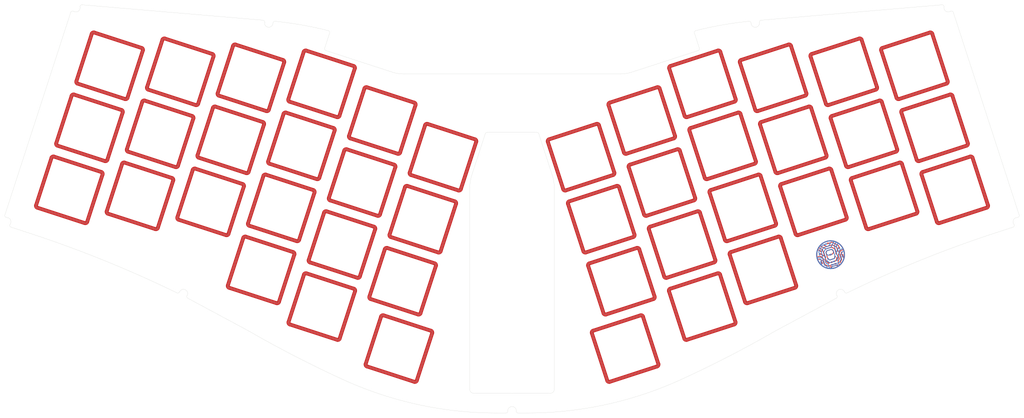
<source format=kicad_pcb>
(kicad_pcb (version 20221018) (generator pcbnew)
  (layers (0 "F.Cu" signal) (31 "B.Cu" signal) (34 "B.Paste" user) (35 "F.Paste" user) (36 "B.SilkS" user "B.Silkscreen") (37 "F.SilkS" user "F.Silkscreen") (38 "B.Mask" user) (39 "F.Mask" user) (44 "Edge.Cuts" user))
  (net 0 "")
  (footprint "logo-branding:logo_copper_7p5" (layer "F.Cu") (at 83.037505 9.374336 18)
    (fp_text reference "G1" hide)
    (fp_text value "logo_top" hide)
    (fp_poly (pts (xy -0.68383 -3.027842) (xy -0.623655 -2.98365) (xy -0.590347 -2.946111) (xy -0.573832 -2.910765) (xy -0.568456 -2.862745) (xy -0.568157 -2.837746) (xy -0.568158 -2.74734) (xy -0.395119 -2.577062) (xy -0.222081 -2.406783) (xy 1.245158 -2.406783) (xy 1.708764 -1.942956) (xy 2.172369 -1.479129) (xy 2.172369 -0.574878) (xy 2.222767 -0.526594) (xy 2.272128 -0.461284) (xy 2.293873 -0.391806) (xy 2.29145 -0.32297) (xy 2.268311 -0.259588) (xy 2.227905 -0.206472) (xy 2.173681 -0.168431) (xy 2.109089 -0.150277) (xy 2.03758 -0.156822) (xy 1.976831 -0.183607) (xy 1.920192 -0.234357) (xy 1.882813 -0.300635) (xy 1.871579 -0.360566) (xy 1.871698 -0.361262) (xy 2.012451 -0.361262) (xy 2.020133 -0.338146) (xy 2.03746 -0.319193) (xy 2.066944 -0.292409) (xy 2.08883 -0.2868) (xy 2.118486 -0.299262) (xy 2.123336 -0.301845) (xy 2.150013 -0.330991) (xy 2.154323 -0.369289) (xy 2.13998 -0.405803) (xy 2.110697 -0.429599) (xy 2.079083 -0.432144) (xy 2.048784 -0.414693) (xy 2.026923 -0.390212) (xy 2.012451 -0.361262) (xy 1.871698 -0.361262) (xy 1.880829 -0.414484) (xy 1.904201 -0.471337) (xy 1.935128 -0.517658) (xy 1.95731 -0.53637) (xy 1.967017 -0.543454) (xy 1.974482 -0.555694) (xy 1.979996 -0.577113) (xy 1.983853 -0.611736) (xy 1.986344 -0.663587) (xy 1.987763 -0.736689) (xy 1.988402 -0.835067) (xy 1.988553 -0.962745) (xy 1.988553 -1.379332) (xy 1.566492 -1.80115) (xy 1.14443 -2.222968) (xy -0.309667 -2.222968) (xy -0.509671 -2.423494) (xy -0.58749 -2.500455) (xy -0.646409 -2.555869) (xy -0.690166 -2.592775) (xy -0.7225 -2.61421) (xy -0.74715 -2.623214) (xy -0.756426 -2.62402) (xy -0.838463 -2.638221) (xy -0.905542 -2.676791) (xy -0.95409 -2.733684) (xy -0.980533 -2.802854) (xy -0.980752 -2.824509) (xy -0.842107 -2.824509) (xy -0.83499 -2.806835) (xy -0.805508 -2.781871) (xy -0.76461 -2.778447) (xy -0.72594 -2.795987) (xy -0.711968 -2.812014) (xy -0.703913 -2.850298) (xy -0.723384 -2.883668) (xy -0.764689 -2.903518) (xy -0.773423 -2.904923) (xy -0.815853 -2.896738) (xy -0.840748 -2.866747) (xy -0.842107 -2.824509) (xy -0.980752 -2.824509) (xy -0.981298 -2.878254) (xy -0.952811 -2.953838) (xy -0.952071 -2.955059) (xy -0.899047 -3.013567) (xy -0.831932 -3.045612) (xy -0.757826 -3.050577) (xy -0.68383 -3.027842)) (stroke (width 0.01)) (fill solid) (layer "F.Cu"))
    (fp_poly (pts (xy 0.309108 -3.211372) (xy 0.373304 -3.173633) (xy 0.407312 -3.134545) (xy 0.435245 -3.091915) (xy 1.378766 -3.091915) (xy 2.084712 -2.385822) (xy 2.790658 -1.67973) (xy 2.790658 -1.408845) (xy 2.79091 -1.307605) (xy 2.792057 -1.234681) (xy 2.794686 -1.184969) (xy 2.799386 -1.153366) (xy 2.806745 -1.134767) (xy 2.817351 -1.124068) (xy 2.823906 -1.120165) (xy 2.867501 -1.079422) (xy 2.895607 -1.018078) (xy 2.906176 -0.946133) (xy 2.897157 -0.873586) (xy 2.882283 -0.835447) (xy 2.837667 -0.782886) (xy 2.773288 -0.748973) (xy 2.698553 -0.736044) (xy 2.622872 -0.746437) (xy 2.586164 -0.761889) (xy 2.536521 -0.805476) (xy 2.504981 -0.866841) (xy 2.49185 -0.937267) (xy 2.493422 -0.957195) (xy 2.62807 -0.957195) (xy 2.63013 -0.921482) (xy 2.649812 -0.895674) (xy 2.686848 -0.871938) (xy 2.72282 -0.879836) (xy 2.749767 -0.903814) (xy 2.770303 -0.936726) (xy 2.763773 -0.965362) (xy 2.726956 -1.006144) (xy 2.688981 -1.013539) (xy 2.657952 -0.995629) (xy 2.62807 -0.957195) (xy 2.493422 -0.957195) (xy 2.497435 -1.008035) (xy 2.52204 -1.070429) (xy 2.565973 -1.115731) (xy 2.573594 -1.120165) (xy 2.587151 -1.129887) (xy 2.596436 -1.14579) (xy 2.60225 -1.173601) (xy 2.605388 -1.219046) (xy 2.606649 -1.287854) (xy 2.606843 -1.358865) (xy 2.606843 -1.579771) (xy 1.946717 -2.239757) (xy 1.286592 -2.899744) (xy 0.859021 -2.905414) (xy 0.728084 -2.907027) (xy 0.626417 -2.907806) (xy 0.549873 -2.90751) (xy 0.494307 -2.905894) (xy 0.455572 -2.902717) (xy 0.429523 -2.897735) (xy 0.412012 -2.890705) (xy 0.398895 -2.881385) (xy 0.395363 -2.878258) (xy 0.318347 -2.827572) (xy 0.23523 -2.807324) (xy 0.15153 -2.818407) (xy 0.116427 -2.833185) (xy 0.063363 -2.878014) (xy 0.029343 -2.942155) (xy 0.018015 -3.008615) (xy 0.154089 -3.008615) (xy 0.174576 -2.975919) (xy 0.21301 -2.946037) (xy 0.248723 -2.948097) (xy 0.27453 -2.96778) (xy 0.298267 -3.004815) (xy 0.290369 -3.040788) (xy 0.266391 -3.067734) (xy 0.227456 -3.086849) (xy 0.189724 -3.07259) (xy 0.16057 -3.037467) (xy 0.154089 -3.008615) (xy 0.018015 -3.008615) (xy 0.016767 -3.015935) (xy 0.028038 -3.08968) (xy 0.044042 -3.12467) (xy 0.095061 -3.181546) (xy 0.161741 -3.215104) (xy 0.235839 -3.22512) (xy 0.309108 -3.211372)) (stroke (width 0.01)) (fill solid) (layer "F.Cu"))
    (fp_poly (pts (xy 1.411684 1.111684) (xy 1.475828 1.141812) (xy 1.523848 1.193367) (xy 1.528731 1.202143) (xy 1.553322 1.279893) (xy 1.550389 1.356123) (xy 1.523395 1.424491) (xy 1.475798 1.478654) (xy 1.41106 1.512269) (xy 1.3552 1.52019) (xy 1.335656 1.522937) (xy 1.313682 1.53325) (xy 1.285904 1.554237) (xy 1.248947 1.589007) (xy 1.199436 1.640668) (xy 1.133997 1.71233) (xy 1.074469 1.77879) (xy 0.843882 2.03739) (xy 0.339336 2.037803) (xy 0.195556 2.038045) (xy 0.081554 2.038648) (xy -0.006314 2.039825) (xy -0.071691 2.041785) (xy -0.118221 2.044741) (xy -0.149546 2.048902) (xy -0.169311 2.054481) (xy -0.181157 2.061688) (xy -0.187045 2.0683) (xy -0.244295 2.120702) (xy -0.317436 2.149787) (xy -0.396466 2.153363) (xy -0.469678 2.130176) (xy -0.527979 2.08122) (xy -0.560489 2.011442) (xy -0.566845 1.954094) (xy -0.432171 1.954094) (xy -0.407379 1.996081) (xy -0.369 2.017219) (xy -0.331198 2.005519) (xy -0.306519 1.977952) (xy -0.2927 1.949149) (xy -0.300101 1.923537) (xy -0.315092 1.903356) (xy -0.341727 1.876949) (xy -0.367892 1.874952) (xy -0.390734 1.883887) (xy -0.426274 1.914105) (xy -0.432171 1.954094) (xy -0.566845 1.954094) (xy -0.568157 1.94226) (xy -0.557631 1.86232) (xy -0.523992 1.803607) (xy -0.46771 1.762397) (xy -0.389408 1.738793) (xy -0.309699 1.74386) (xy -0.237477 1.775636) (xy -0.187045 1.824318) (xy -0.172545 1.835592) (xy -0.145454 1.844209) (xy -0.102887 1.850253) (xy -0.041958 1.853806) (xy 0.040217 1.854951) (xy 0.146525 1.853771) (xy 0.279851 1.850348) (xy 0.443081 1.844765) (xy 0.47901 1.843418) (xy 0.765848 1.832537) (xy 0.954465 1.618221) (xy 1.023079 1.539952) (xy 1.072546 1.481954) (xy 1.105893 1.439488) (xy 1.126142 1.407815) (xy 1.136318 1.382197) (xy 1.139446 1.357895) (xy 1.138548 1.330169) (xy 1.138526 1.329803) (xy 1.139152 1.319411) (xy 1.273695 1.319411) (xy 1.294181 1.352107) (xy 1.3285 1.381204) (xy 1.359095 1.38102) (xy 1.389836 1.35885) (xy 1.416643 1.323757) (xy 1.412272 1.290443) (xy 1.385996 1.260292) (xy 1.347061 1.241177) (xy 1.309329 1.255436) (xy 1.280175 1.290559) (xy 1.273695 1.319411) (xy 1.139152 1.319411) (xy 1.142572 1.262643) (xy 1.160102 1.205172) (xy 1.160491 1.204413) (xy 1.205821 1.149347) (xy 1.268351 1.115503) (xy 1.339748 1.102931) (xy 1.411684 1.111684)) (stroke (width 0.01)) (fill solid) (layer "F.Cu"))
    (fp_poly (pts (xy 0.814889 -1.149075) (xy 1.019343 -0.94413) (xy 1.019343 -0.325821) (xy 0.814397 -0.121368) (xy 0.609452 0.083085) (xy 0.338735 0.083085) (xy 0.237531 0.083337) (xy 0.164641 0.084485) (xy 0.114959 0.087117) (xy 0.08338 0.091822) (xy 0.064799 0.099189) (xy 0.054109 0.109804) (xy 0.050225 0.116333) (xy 0.007815 0.163327) (xy -0.052686 0.190633) (xy -0.122646 0.198635) (xy -0.193434 0.187717) (xy -0.256419 0.158264) (xy -0.30297 0.110661) (xy -0.308861 0.100343) (xy -0.33443 0.020206) (xy -0.33259 -0.021405) (xy -0.196009 -0.021405) (xy -0.193949 0.014308) (xy -0.174267 0.040115) (xy -0.137231 0.063851) (xy -0.101258 0.055954) (xy -0.074312 0.031975) (xy -0.053776 -0.000936) (xy -0.060306 -0.029572) (xy -0.097123 -0.070354) (xy -0.135098 -0.077749) (xy -0.166127 -0.05984) (xy -0.196009 -0.021405) (xy -0.33259 -0.021405) (xy -0.331021 -0.056886) (xy -0.302083 -0.125005) (xy -0.251063 -0.178221) (xy -0.181407 -0.210605) (xy -0.123953 -0.217704) (xy -0.068818 -0.208612) (xy -0.012146 -0.185453) (xy 0.033995 -0.154402) (xy 0.056305 -0.125458) (xy 0.0659 -0.1153) (xy 0.088835 -0.108251) (xy 0.130007 -0.103809) (xy 0.194316 -0.101472) (xy 0.28666 -0.100736) (xy 0.297187 -0.100731) (xy 0.52858 -0.100731) (xy 0.682054 -0.25723) (xy 0.835527 -0.413729) (xy 0.835527 -0.86172) (xy 0.68064 -1.015962) (xy 0.525754 -1.170204) (xy -0.593883 -1.170204) (xy -0.748126 -1.015318) (xy -0.902368 -0.860432) (xy -0.902368 0.844074) (xy -0.747482 0.998316) (xy -0.592595 1.152559) (xy 0.527278 1.152559) (xy 0.639626 1.039343) (xy 0.751974 0.926128) (xy 0.751974 0.828791) (xy 0.752785 0.805313) (xy 0.887517 0.805313) (xy 0.89649 0.848215) (xy 0.913314 0.871342) (xy 0.942705 0.896897) (xy 0.968643 0.896216) (xy 1.00231 0.868796) (xy 1.003857 0.867255) (xy 1.026756 0.839403) (xy 1.02597 0.816039) (xy 1.014393 0.796235) (xy 0.977362 0.761144) (xy 0.936198 0.755406) (xy 0.909921 0.768883) (xy 0.887517 0.805313) (xy 0.752785 0.805313) (xy 0.753985 0.770631) (xy 0.763389 0.732092) (xy 0.785242 0.699456) (xy 0.80879 0.674638) (xy 0.850964 0.638093) (xy 0.890981 0.621572) (xy 0.943304 0.617822) (xy 1.031326 0.62915) (xy 1.096825 0.664032) (xy 1.142254 0.723811) (xy 1.144306 0.728031) (xy 1.165813 0.806697) (xy 1.158817 0.882774) (xy 1.126711 0.949592) (xy 1.072889 1.000482) (xy 1.000745 1.028776) (xy 0.99045 1.030413) (xy 0.959126 1.037251) (xy 0.928243 1.051519) (xy 0.892334 1.077271) (xy 0.845929 1.118562) (xy 0.78356 1.179446) (xy 0.766749 1.196279) (xy 0.610595 1.353085) (xy -0.677277 1.353085) (xy -0.881731 1.14814) (xy -1.086184 0.943195) (xy -1.086184 -0.960821) (xy -0.890096 -1.157421) (xy -0.694009 -1.35402) (xy 0.610436 -1.35402) (xy 0.814889 -1.149075)) (stroke (width 0.01)) (fill solid) (layer "F.Cu"))
    (fp_poly (pts (xy 0.360372 -3.710656) (xy 0.704779 -3.662599) (xy 1.039834 -3.583826) (xy 1.363795 -3.475421) (xy 1.674918 -3.338464) (xy 1.971461 -3.174039) (xy 2.25168 -2.983227) (xy 2.513832 -2.76711) (xy 2.756175 -2.526771) (xy 2.976965 -2.263292) (xy 3.17446 -1.977755) (xy 3.346916 -1.671241) (xy 3.359278 -1.646454) (xy 3.498137 -1.328342) (xy 3.605979 -1.000338) (xy 3.682798 -0.664937) (xy 3.728585 -0.324637) (xy 3.743335 0.018068) (xy 3.72704 0.360683) (xy 3.679693 0.70071) (xy 3.601288 1.035655) (xy 3.491817 1.363022) (xy 3.368481 1.645519) (xy 3.199838 1.9539) (xy 3.005456 2.242) (xy 2.787025 2.508638) (xy 2.546232 2.752632) (xy 2.284765 2.9728) (xy 2.004312 3.167962) (xy 1.706561 3.336935) (xy 1.393201 3.478538) (xy 1.065919 3.59159) (xy 0.726404 3.674908) (xy 0.397534 3.725069) (xy 0.295007 3.733056) (xy 0.169401 3.738011) (xy 0.030919 3.739956) (xy -0.110236 3.738915) (xy -0.243861 3.734912) (xy -0.359755 3.727968) (xy -0.409407 3.723228) (xy -0.740882 3.669618) (xy -1.070105 3.584772) (xy -1.392615 3.470543) (xy -1.703951 3.328779) (xy -1.99965 3.161331) (xy -2.275251 2.970051) (xy -2.331118 2.926256) (xy -2.591155 2.697156) (xy -2.82566 2.448055) (xy -3.034166 2.181056) (xy -3.21621 1.898262) (xy -3.371325 1.601776) (xy -3.499048 1.293701) (xy -3.598911 0.976141) (xy -3.670451 0.651198) (xy -3.713202 0.320975) (xy -3.722155 0.099796) (xy -3.497647 0.099796) (xy -3.016848 0.099796) (xy -2.690394 0.425024) (xy -2.690394 0.82962) (xy -2.690219 0.957016) (xy -2.6895 1.055098) (xy -2.687947 1.127972) (xy -2.685272 1.179746) (xy -2.681183 1.214526) (xy -2.675392 1.236418) (xy -2.667608 1.249528) (xy -2.660311 1.256052) (xy -2.607848 1.312398) (xy -2.579909 1.381856) (xy -2.576116 1.456268) (xy -2.596093 1.527478) (xy -2.639464 1.587328) (xy -2.676855 1.614557) (xy -2.73714 1.632931) (xy -2.809508 1.634068) (xy -2.877536 1.618178) (xy -2.891468 1.611815) (xy -2.94636 1.56635) (xy -2.979515 1.503157) (xy -2.990547 1.430217) (xy -2.99025 1.428282) (xy -2.8575 1.428282) (xy -2.844528 1.460619) (xy -2.815092 1.490512) (xy -2.783699 1.50348) (xy -2.757308 1.492069) (xy -2.732558 1.470487) (xy -2.713139 1.444542) (xy -2.714644 1.421921) (xy -2.730353 1.39529) (xy -2.757278 1.365077) (xy -2.781494 1.353085) (xy -2.814972 1.36633) (xy -2.845102 1.396557) (xy -2.8575 1.428282) (xy -2.99025 1.428282) (xy -2.979072 1.355512) (xy -2.944706 1.287023) (xy -2.908947 1.248808) (xy -2.897424 1.237631) (xy -2.888774 1.223) (xy -2.882587 1.200374) (xy -2.878453 1.165212) (xy -2.87596 1.11297) (xy -2.874697 1.039108) (xy -2.874254 0.939084) (xy -2.87421 0.864885) (xy -2.87421 0.510042) (xy -2.986558 0.396827) (xy -3.098906 0.283611) (xy -3.287347 0.283611) (xy -3.36555 0.283042) (xy -3.420004 0.284663) (xy -3.454087 0.293471) (xy -3.471178 0.314462) (xy -3.474657 0.352631) (xy -3.467901 0.412975) (xy -3.454291 0.500487) (xy -3.450555 0.524922) (xy -3.384384 0.853904) (xy -3.287451 1.172346) (xy -3.16127 1.478384) (xy -3.007354 1.770154) (xy -2.827216 2.045791) (xy -2.622371 2.303431) (xy -2.394332 2.541208) (xy -2.144612 2.757259) (xy -1.874725 2.949719) (xy -1.586184 3.116724) (xy -1.280504 3.256408) (xy -1.211513 3.283134) (xy -1.076733 3.329358) (xy -0.925952 3.373804) (xy -0.770013 3.413754) (xy -0.619762 3.44649) (xy -0.486044 3.469291) (xy -0.451184 3.473741) (xy -0.375661 3.482582) (xy -0.307347 3.490813) (xy -0.256792 3.497154) (xy -0.242302 3.499098) (xy -0.1912 3.502715) (xy -0.114023 3.503736) (xy -0.017988 3.502457) (xy 0.089685 3.499178) (xy 0.201775 3.494196) (xy 0.311065 3.487809) (xy 0.410334 3.480314) (xy 0.492364 3.47201) (xy 0.526382 3.467383) (xy 0.62083 3.452874) (xy 0.68482 3.441124) (xy 0.720685 3.428436) (xy 0.730759 3.411115) (xy 0.717375 3.385464) (xy 0.682866 3.347786) (xy 0.633249 3.298098) (xy 0.510508 3.174532) (xy -0.102234 3.174532) (xy -0.263856 3.174683) (xy -0.39515 3.175218) (xy -0.499208 3.176262) (xy -0.579123 3.177938) (xy -0.637988 3.180371) (xy -0.678893 3.183684) (xy -0.704933 3.188003) (xy -0.719198 3.19345) (xy -0.724559 3.199503) (xy -0.751111 3.231869) (xy -0.798604 3.262157) (xy -0.854827 3.284057) (xy -0.902368 3.291381) (xy -0.977599 3.275898) (xy -1.043247 3.234165) (xy -1.092269 3.173256) (xy -1.117625 3.100246) (xy -1.118155 3.092985) (xy -0.965981 3.092985) (xy -0.949542 3.12987) (xy -0.942537 3.135997) (xy -0.914496 3.153465) (xy -0.902368 3.157822) (xy -0.882099 3.149042) (xy -0.862199 3.135997) (xy -0.8396 3.104107) (xy -0.839586 3.066685) (xy -0.856807 3.032855) (xy -0.885917 3.011738) (xy -0.921569 3.012459) (xy -0.931611 3.017574) (xy -0.959566 3.050803) (xy -0.965981 3.092985) (xy -1.118155 3.092985) (xy -1.119605 3.073154) (xy -1.107405 3.014803) (xy -1.076399 2.955355) (xy -1.034979 2.909258) (xy -1.017918 2.898073) (xy -0.971098 2.882724) (xy -0.912076 2.874297) (xy -0.894891 2.873743) (xy -0.842022 2.878116) (xy -0.800154 2.895651) (xy -0.754174 2.93223) (xy -0.689436 2.990717) (xy 0.609412 2.990717) (xy 0.797282 3.178054) (xy 0.985151 3.36539) (xy 1.115043 3.323251) (xy 1.244935 3.281111) (xy 1.252933 2.263391) (xy 1.437106 2.263391) (xy 1.437106 2.727317) (xy 1.437443 2.847932) (xy 1.438396 2.956873) (xy 1.439874 3.049897) (xy 1.441789 3.122755) (xy 1.44405 3.171203) (xy 1.446569 3.190995) (xy 1.446889 3.191243) (xy 1.464827 3.184046) (xy 1.505998 3.164529) (xy 1.56399 3.135801) (xy 1.62235 3.106141) (xy 1.788027 3.021038) (xy 1.788027 2.497324) (xy 2.030329 2.255453) (xy 2.272632 2.013583) (xy 2.272632 0.876387) (xy 2.503549 0.645912) (xy 2.584036 0.565017) (xy 2.643379 0.503633) (xy 2.68453 0.458117) (xy 2.710443 0.424821) (xy 2.724071 0.400101) (xy 2.728366 0.38031) (xy 2.727679 0.369197) (xy 2.728892 0.353299) (xy 2.875406 0.353299) (xy 2.890388 0.390802) (xy 2.922173 0.414372) (xy 2.941053 0.417296) (xy 2.976141 0.406147) (xy 2.987843 0.397243) (xy 3.008209 0.358998) (xy 3.003582 0.320019) (xy 2.980191 0.289128) (xy 2.944261 0.275146) (xy 2.907632 0.283611) (xy 2.880172 0.313643) (xy 2.875406 0.353299) (xy 2.728892 0.353299) (xy 2.732742 0.302875) (xy 2.761657 0.235747) (xy 2.807929 0.181001) (xy 2.827251 0.167066) (xy 2.902296 0.13863) (xy 2.9794 0.138749) (xy 3.050664 0.164999) (xy 3.108188 0.214959) (xy 3.135583 0.261613) (xy 3.152848 0.341751) (xy 3.13721 0.418493) (xy 3.089164 0.489611) (xy 3.083446 0.495482) (xy 3.04027 0.532128) (xy 2.998281 0.548112) (xy 2.955498 0.55098) (xy 2.928346 0.551895) (xy 2.904396 0.55684) (xy 2.879178 0.569109) (xy 2.848218 0.592) (xy 2.807044 0.62881) (xy 2.751183 0.682834) (xy 2.678104 0.755433) (xy 2.473158 0.959886) (xy 2.473158 2.097121) (xy 2.2225 2.347361) (xy 1.971843 2.597601) (xy 1.971843 2.744027) (xy 1.972828 2.809297) (xy 1.975464 2.859584) (xy 1.979267 2.887332) (xy 1.981184 2.890453) (xy 1.997615 2.881015) (xy 2.034546 2.855543) (xy 2.085929 2.818302) (xy 2.127401 2.787403) (xy 2.211006 2.719565) (xy 2.308912 2.632265) (xy 2.414509 2.532111) (xy 2.52119 2.425711) (xy 2.622344 2.319676) (xy 2.711362 2.220613) (xy 2.781637 2.135132) (xy 2.787871 2.126933) (xy 2.890921 1.990058) (xy 2.890921 1.222935) (xy 2.841323 1.169839) (xy 2.794304 1.101057) (xy 2.780839 1.033693) (xy 2.928308 1.033693) (xy 2.947521 1.065912) (xy 2.985814 1.082474) (xy 3.006465 1.082384) (xy 3.038144 1.072255) (xy 3.049075 1.044905) (xy 3.049671 1.029051) (xy 3.038705 0.983013) (xy 3.010955 0.956771) (xy 2.974146 0.956205) (xy 2.961941 0.962264) (xy 2.93188 0.995812) (xy 2.928308 1.033693) (xy 2.780839 1.033693) (xy 2.779726 1.028126) (xy 2.797026 0.947476) (xy 2.803713 0.931339) (xy 2.84874 0.866147) (xy 2.910994 0.82474) (xy 2.982937 0.808461) (xy 3.057031 0.818652) (xy 3.125738 0.856657) (xy 3.141651 0.871122) (xy 3.184554 0.934718) (xy 3.202543 1.008466) (xy 3.195902 1.083172) (xy 3.164914 1.149642) (xy 3.132014 1.183946) (xy 3.115365 1.198518) (xy 3.104062 1.215457) (xy 3.097103 1.240979) (xy 3.093488 1.281301) (xy 3.092216 1.34264) (xy 3.092283 1.430687) (xy 3.093118 1.645519) (xy 3.157035 1.52019) (xy 3.236973 1.345113) (xy 3.311327 1.146981) (xy 3.376886 0.936076) (xy 3.430444 0.72268) (xy 3.467606 0.524922) (xy 3.478218 0.442404) (xy 3.488517 0.339422) (xy 3.497348 0.228923) (xy 3.503554 0.123853) (xy 3.503698 0.120684) (xy 3.514414 -0.117441) (xy 2.832202 -0.117441) (xy 2.385312 0.329679) (xy 1.938421 0.7768) (xy 1.938421 1.762911) (xy 1.687764 2.013151) (xy 1.437106 2.263391) (xy 1.252933 2.263391) (xy 1.253725 2.162679) (xy 1.737895 1.679373) (xy 1.737895 0.69281) (xy 2.235136 0.195777) (xy 2.732377 -0.301257) (xy 3.103097 -0.301257) (xy 3.219163 -0.301949) (xy 3.319116 -0.303913) (xy 3.398892 -0.306979) (xy 3.454427 -0.310978) (xy 3.481657 -0.315742) (xy 3.483593 -0.317075) (xy 3.486328 -0.342597) (xy 3.48251 -0.394489) (xy 3.473163 -0.466569) (xy 3.459308 -0.552656) (xy 3.441967 -0.646569) (xy 3.422162 -0.742125) (xy 3.400916 -0.833144) (xy 3.393424 -0.862423) (xy 3.291214 -1.187348) (xy 3.159855 -1.497899) (xy 3.000869 -1.792385) (xy 2.81578 -2.069112) (xy 2.60611 -2.326388) (xy 2.373383 -2.562523) (xy 2.119121 -2.775822) (xy 1.844848 -2.964595) (xy 1.552086 -3.127149) (xy 1.242358 -3.261792) (xy 1.229587 -3.266592) (xy 0.969902 -3.35368) (xy 0.717049 -3.417076) (xy 0.461334 -3.458499) (xy 0.193059 -3.479672) (xy 0.008356 -3.483391) (xy -0.273225 -3.474394) (xy -0.535976 -3.446255) (xy -0.789589 -3.397256) (xy -1.043757 -3.325674) (xy -1.212876 -3.266586) (xy -1.285117 -3.237999) (xy -1.366522 -3.203207) (xy -1.451552 -3.164891) (xy -1.53467 -3.125731) (xy -1.610337 -3.088408) (xy -1.673015 -3.055601) (xy -1.717166 -3.029992) (xy -1.737252 -3.014259) (xy -1.737894 -3.012493) (xy -1.726437 -2.998548) (xy -1.693608 -2.963392) (xy -1.641723 -2.909392) (xy -1.573097 -2.838917) (xy -1.490044 -2.754332) (xy -1.394881 -2.658004) (xy -1.289922 -2.552302) (xy -1.182363 -2.444474) (xy -0.626831 -1.888757) (xy 0.877601 -1.888757) (xy 1.224196 -1.541868) (xy 1.57079 -1.194979) (xy 1.57079 0.003837) (xy 1.629277 0.068575) (xy 1.674375 0.137801) (xy 1.690822 0.208128) (xy 1.682703 0.27538) (xy 1.654105 0.33538) (xy 1.609113 0.383951) (xy 1.551813 0.416918) (xy 1.486293 0.430103) (xy 1.416637 0.419332) (xy 1.346932 0.380426) (xy 1.334461 0.369904) (xy 1.293132 0.313145) (xy 1.27409 0.243368) (xy 1.274448 0.233517) (xy 1.413814 0.233517) (xy 1.420931 0.251192) (xy 1.450413 0.276155) (xy 1.491311 0.279579) (xy 1.529981 0.262039) (xy 1.543953 0.246013) (xy 1.552008 0.207728) (xy 1.532537 0.174358) (xy 1.491232 0.154508) (xy 1.482498 0.153103) (xy 1.440068 0.161288) (xy 1.415173 0.191279) (xy 1.413814 0.233517) (xy 1.274448 0.233517) (xy 1.276755 0.170152) (xy 1.300547 0.103076) (xy 1.344888 0.051719) (xy 1.354079 0.045458) (xy 1.362984 0.038659) (xy 1.37012 0.028272) (xy 1.375682 0.010841) (xy 1.379865 -0.017087) (xy 1.382865 -0.058968) (xy 1.384878 -0.118255) (xy 1.386099 -0.198404) (xy 1.386724 -0.302867) (xy 1.38695 -0.4351) (xy 1.386974 -0.535221) (xy 1.386974 -1.095355) (xy 1.090362 -1.389914) (xy 0.79375 -1.684474) (xy 0.033421 -1.695206) (xy -0.726907 -1.705938) (xy -1.930065 -2.906772) (xy -2.06375 -2.80626) (xy -2.122159 -2.761971) (xy -2.171131 -2.724147) (xy -2.204039 -2.697941) (xy -2.213476 -2.689783) (xy -2.206781 -2.673212) (xy -2.176707 -2.634765) (xy -2.124197 -2.575482) (xy -2.050199 -2.496404) (xy -1.955658 -2.398572) (xy -1.868876 -2.310531) (xy -1.508234 -1.947244) (xy -1.497749 -0.802573) (xy -1.495893 -0.591634) (xy -1.494141 -0.376477) (xy -1.492523 -0.161743) (xy -1.491067 0.04793) (xy -1.489804 0.2479) (xy -1.488762 0.433529) (xy -1.487969 0.600176) (xy -1.487457 0.743202) (xy -1.487252 0.857967) (xy -1.48725 0.868828) (xy -1.487236 1.395558) (xy -1.340689 1.541427) (xy -1.276995 1.603739) (xy -1.230656 1.645568) (xy -1.196183 1.670828) (xy -1.168088 1.683431) (xy -1.140881 1.68729) (xy -1.135985 1.687358) (xy -1.059586 1.702517) (xy -0.995299 1.74335) (xy -0.948766 1.803148) (xy -0.925631 1.875205) (xy -0.927399 1.935289) (xy -0.948082 1.987814) (xy -0.985719 2.040905) (xy -0.993923 2.049561) (xy -1.033655 2.084253) (xy -1.071644 2.100572) (xy -1.124213 2.105015) (xy -1.133362 2.105059) (xy -1.195957 2.100018) (xy -1.242115 2.081553) (xy -1.267602 2.062736) (xy -1.311895 2.010648) (xy -1.341151 1.947238) (xy -1.344036 1.927475) (xy -1.198128 1.927475) (xy -1.176652 1.958946) (xy -1.136315 1.971375) (xy -1.101228 1.960226) (xy -1.089526 1.951322) (xy -1.069174 1.91437) (xy -1.072082 1.876779) (xy -1.092118 1.846364) (xy -1.12315 1.830943) (xy -1.159044 1.838332) (xy -1.171127 1.847304) (xy -1.197219 1.886936) (xy -1.198128 1.927475) (xy -1.344036 1.927475) (xy -1.350184 1.885363) (xy -1.347307 1.865214) (xy -1.347436 1.845753) (xy -1.35905 1.820796) (xy -1.385362 1.786171) (xy -1.429584 1.737704) (xy -1.494927 1.671225) (xy -1.502346 1.663824) (xy -1.666809 1.499979) (xy -1.690459 -0.092375) (xy -2.397669 -0.802573) (xy -2.47886 -0.802573) (xy -2.534185 -0.806273) (xy -2.573697 -0.822101) (xy -2.614619 -0.857148) (xy -2.616868 -0.859389) (xy -2.651875 -0.899012) (xy -2.668647 -0.936056) (xy -2.673549 -0.986411) (xy -2.535851 -0.986411) (xy -2.521954 -0.959714) (xy -2.487611 -0.940381) (xy -2.447274 -0.947903) (xy -2.411697 -0.980216) (xy -2.411183 -0.980986) (xy -2.396916 -1.009599) (xy -2.404288 -1.032638) (xy -2.423026 -1.053231) (xy -2.451295 -1.076827) (xy -2.474339 -1.077026) (xy -2.495271 -1.064992) (xy -2.530468 -1.027806) (xy -2.535851 -0.986411) (xy -2.673549 -0.986411) (xy -2.673561 -0.986524) (xy -2.673684 -1.002016) (xy -2.662616 -1.088522) (xy -2.628323 -1.152629) (xy -2.571769 -1.196124) (xy -2.495348 -1.219052) (xy -2.420295 -1.212828) (xy -2.352759 -1.181377) (xy -2.298888 -1.128624) (xy -2.264834 -1.058495) (xy -2.255983 -0.99456) (xy -2.255002 -0.972531) (xy -2.250236 -0.951664) (xy -2.238886 -0.928504) (xy -2.218152 -0.899595) (xy -2.185236 -0.861482) (xy -2.137336 -0.810708) (xy -2.071655 -0.743819) (xy -1.985391 -0.657357) (xy -1.971842 -0.643823) (xy -1.687763 -0.360113) (xy -1.687763 -1.847279) (xy -2.034776 -2.193997) (xy -2.381788 -2.540714) (xy -2.510953 -2.410788) (xy -2.640117 -2.280861) (xy -2.409483 -2.050669) (xy -2.321833 -1.964426) (xy -2.254474 -1.901128) (xy -2.205261 -1.858949) (xy -2.172047 -1.836065) (xy -2.152688 -1.830652) (xy -2.151232 -1.831074) (xy -2.106601 -1.83315) (xy -2.051196 -1.815603) (xy -1.996879 -1.783402) (xy -1.964033 -1.752675) (xy -1.931787 -1.690896) (xy -1.920979 -1.615384) (xy -1.932532 -1.53879) (xy -1.94604 -1.505838) (xy -1.983076 -1.462638) (xy -2.039064 -1.426599) (xy -2.099555 -1.406114) (xy -2.121121 -1.404152) (xy -2.197982 -1.419615) (xy -2.263801 -1.461712) (xy -2.312341 -1.524002) (xy -2.337362 -1.600043) (xy -2.338766 -1.620242) (xy -2.198494 -1.620242) (xy -2.188431 -1.586757) (xy -2.158338 -1.561157) (xy -2.116189 -1.555825) (xy -2.077711 -1.572454) (xy -2.075447 -1.574599) (xy -2.05589 -1.612055) (xy -2.062727 -1.648881) (xy -2.090027 -1.67596) (xy -2.13186 -1.684175) (xy -2.145242 -1.681886) (xy -2.18583 -1.658626) (xy -2.198494 -1.620242) (xy -2.338766 -1.620242) (xy -2.339411 -1.629512) (xy -2.340705 -1.654629) (xy -2.346701 -1.677986) (xy -2.360649 -1.70386) (xy -2.385797 -1.736527) (xy -2.425393 -1.780266) (xy -2.482688 -1.839354) (xy -2.551101 -1.90822) (xy -2.762728 -2.120318) (xy -2.81953 -2.045927) (xy -2.908479 -1.918779) (xy -3.000421 -1.768201) (xy -3.090496 -1.603248) (xy -3.173849 -1.432975) (xy -3.245621 -1.266439) (xy -3.266124 -1.213344) (xy -3.295031 -1.131297) (xy -3.325096 -1.037985) (xy -3.354391 -0.940339) (xy -3.38099 -0.845292) (xy -3.402967 -0.759777) (xy -3.418395 -0.690727) (xy -3.425347 -0.645074) (xy -3.425551 -0.639645) (xy -3.425657 -0.602047) (xy -2.728223 -0.602047) (xy -2.433585 -0.324401) (xy -2.138947 -0.046756) (xy -2.138947 1.912566) (xy -1.82579 2.226049) (xy -1.512632 2.539532) (xy 0.281508 2.539532) (xy 0.330411 2.49063) (xy 0.397851 2.44337) (xy 0.473319 2.428522) (xy 0.556963 2.446064) (xy 0.572708 2.452575) (xy 0.623387 2.480106) (xy 0.654696 2.514615) (xy 0.676952 2.562732) (xy 0.693869 2.611786) (xy 0.697678 2.647071) (xy 0.688518 2.685503) (xy 0.678183 2.713637) (xy 0.636303 2.786629) (xy 0.575275 2.832946) (xy 0.519451 2.850899) (xy 0.45304 2.850573) (xy 0.384599 2.829031) (xy 0.32934 2.791619) (xy 0.319534 2.780625) (xy 0.287625 2.740059) (xy -1.578878 2.740059) (xy -1.649047 2.669939) (xy 0.420389 2.669939) (xy 0.424181 2.682548) (xy 0.446801 2.701686) (xy 0.484026 2.705371) (xy 0.520838 2.693627) (xy 0.534071 2.682375) (xy 0.548888 2.64224) (xy 0.534839 2.602135) (xy 0.513849 2.583185) (xy 0.476205 2.57484) (xy 0.443278 2.591839) (xy 0.422271 2.6262) (xy 0.420389 2.669939) (xy -1.649047 2.669939) (xy -1.959175 2.36003) (xy -2.339473 1.980002) (xy -2.339473 0.03594) (xy -2.815723 -0.417584) (xy -3.135613 -0.417907) (xy -3.248494 -0.417689) (xy -3.332298 -0.416548) (xy -3.391363 -0.414148) (xy -3.430028 -0.410153) (xy -3.45263 -0.404226) (xy -3.46351 -0.39603) (xy -3.465447 -0.392316) (xy -3.469836 -0.366795) (xy -3.474973 -0.314781) (xy -3.480297 -0.243177) (xy -3.485246 -0.158885) (xy -3.486519 -0.133302) (xy -3.497647 0.099796) (xy -3.722155 0.099796) (xy -3.726699 -0.012425) (xy -3.710477 -0.346898) (xy -3.66407 -0.680342) (xy -3.587014 -1.010653) (xy -3.478843 -1.335729) (xy -3.342567 -1.646454) (xy -3.172139 -1.95456) (xy -2.976537 -2.241775) (xy -2.757503 -2.507015) (xy -2.516781 -2.7492) (xy -2.256113 -2.967248) (xy -1.977242 -3.160075) (xy -1.681911 -3.326599) (xy -1.371864 -3.46574) (xy -1.048843 -3.576414) (xy -0.714591 -3.657539) (xy -0.370851 -3.708033) (xy -0.019367 -3.726815) (xy 0.008356 -3.726915) (xy 0.360372 -3.710656)) (stroke (width 0.01)) (fill solid) (layer "F.Cu"))
  )
  (footprint "logo-branding:logo_copper_7p5" (layer "B.Cu") (at 83.037505 9.374336 -162)
    (fp_text reference "G2" hide)
    (fp_text value "logo_bot" hide)
    (fp_poly (pts (xy -0.68383 3.027842) (xy -0.623655 2.98365) (xy -0.590347 2.946111) (xy -0.573832 2.910765) (xy -0.568456 2.862745) (xy -0.568157 2.837746) (xy -0.568158 2.74734) (xy -0.395119 2.577062) (xy -0.222081 2.406783) (xy 1.245158 2.406783) (xy 1.708764 1.942956) (xy 2.172369 1.479129) (xy 2.172369 0.574878) (xy 2.222767 0.526594) (xy 2.272128 0.461284) (xy 2.293873 0.391806) (xy 2.29145 0.32297) (xy 2.268311 0.259588) (xy 2.227905 0.206472) (xy 2.173681 0.168431) (xy 2.109089 0.150277) (xy 2.03758 0.156822) (xy 1.976831 0.183607) (xy 1.920192 0.234357) (xy 1.882813 0.300635) (xy 1.871579 0.360566) (xy 1.871698 0.361262) (xy 2.012451 0.361262) (xy 2.020133 0.338146) (xy 2.03746 0.319193) (xy 2.066944 0.292409) (xy 2.08883 0.2868) (xy 2.118486 0.299262) (xy 2.123336 0.301845) (xy 2.150013 0.330991) (xy 2.154323 0.369289) (xy 2.13998 0.405803) (xy 2.110697 0.429599) (xy 2.079083 0.432144) (xy 2.048784 0.414693) (xy 2.026923 0.390212) (xy 2.012451 0.361262) (xy 1.871698 0.361262) (xy 1.880829 0.414484) (xy 1.904201 0.471337) (xy 1.935128 0.517658) (xy 1.95731 0.53637) (xy 1.967017 0.543454) (xy 1.974482 0.555694) (xy 1.979996 0.577113) (xy 1.983853 0.611736) (xy 1.986344 0.663587) (xy 1.987763 0.736689) (xy 1.988402 0.835067) (xy 1.988553 0.962745) (xy 1.988553 1.379332) (xy 1.566492 1.80115) (xy 1.14443 2.222968) (xy -0.309667 2.222968) (xy -0.509671 2.423494) (xy -0.58749 2.500455) (xy -0.646409 2.555869) (xy -0.690166 2.592775) (xy -0.7225 2.61421) (xy -0.74715 2.623214) (xy -0.756426 2.62402) (xy -0.838463 2.638221) (xy -0.905542 2.676791) (xy -0.95409 2.733684) (xy -0.980533 2.802854) (xy -0.980752 2.824509) (xy -0.842107 2.824509) (xy -0.83499 2.806835) (xy -0.805508 2.781871) (xy -0.76461 2.778447) (xy -0.72594 2.795987) (xy -0.711968 2.812014) (xy -0.703913 2.850298) (xy -0.723384 2.883668) (xy -0.764689 2.903518) (xy -0.773423 2.904923) (xy -0.815853 2.896738) (xy -0.840748 2.866747) (xy -0.842107 2.824509) (xy -0.980752 2.824509) (xy -0.981298 2.878254) (xy -0.952811 2.953838) (xy -0.952071 2.955059) (xy -0.899047 3.013567) (xy -0.831932 3.045612) (xy -0.757826 3.050577) (xy -0.68383 3.027842)) (stroke (width 0.01)) (fill solid) (layer "B.Cu"))
    (fp_poly (pts (xy 0.309108 3.211372) (xy 0.373304 3.173633) (xy 0.407312 3.134545) (xy 0.435245 3.091915) (xy 1.378766 3.091915) (xy 2.084712 2.385822) (xy 2.790658 1.67973) (xy 2.790658 1.408845) (xy 2.79091 1.307605) (xy 2.792057 1.234681) (xy 2.794686 1.184969) (xy 2.799386 1.153366) (xy 2.806745 1.134767) (xy 2.817351 1.124068) (xy 2.823906 1.120165) (xy 2.867501 1.079422) (xy 2.895607 1.018078) (xy 2.906176 0.946133) (xy 2.897157 0.873586) (xy 2.882283 0.835447) (xy 2.837667 0.782886) (xy 2.773288 0.748973) (xy 2.698553 0.736044) (xy 2.622872 0.746437) (xy 2.586164 0.761889) (xy 2.536521 0.805476) (xy 2.504981 0.866841) (xy 2.49185 0.937267) (xy 2.493422 0.957195) (xy 2.62807 0.957195) (xy 2.63013 0.921482) (xy 2.649812 0.895674) (xy 2.686848 0.871938) (xy 2.72282 0.879836) (xy 2.749767 0.903814) (xy 2.770303 0.936726) (xy 2.763773 0.965362) (xy 2.726956 1.006144) (xy 2.688981 1.013539) (xy 2.657952 0.995629) (xy 2.62807 0.957195) (xy 2.493422 0.957195) (xy 2.497435 1.008035) (xy 2.52204 1.070429) (xy 2.565973 1.115731) (xy 2.573594 1.120165) (xy 2.587151 1.129887) (xy 2.596436 1.14579) (xy 2.60225 1.173601) (xy 2.605388 1.219046) (xy 2.606649 1.287854) (xy 2.606843 1.358865) (xy 2.606843 1.579771) (xy 1.946717 2.239757) (xy 1.286592 2.899744) (xy 0.859021 2.905414) (xy 0.728084 2.907027) (xy 0.626417 2.907806) (xy 0.549873 2.90751) (xy 0.494307 2.905894) (xy 0.455572 2.902717) (xy 0.429523 2.897735) (xy 0.412012 2.890705) (xy 0.398895 2.881385) (xy 0.395363 2.878258) (xy 0.318347 2.827572) (xy 0.23523 2.807324) (xy 0.15153 2.818407) (xy 0.116427 2.833185) (xy 0.063363 2.878014) (xy 0.029343 2.942155) (xy 0.018015 3.008615) (xy 0.154089 3.008615) (xy 0.174576 2.975919) (xy 0.21301 2.946037) (xy 0.248723 2.948097) (xy 0.27453 2.96778) (xy 0.298267 3.004815) (xy 0.290369 3.040788) (xy 0.266391 3.067734) (xy 0.227456 3.086849) (xy 0.189724 3.07259) (xy 0.16057 3.037467) (xy 0.154089 3.008615) (xy 0.018015 3.008615) (xy 0.016767 3.015935) (xy 0.028038 3.08968) (xy 0.044042 3.12467) (xy 0.095061 3.181546) (xy 0.161741 3.215104) (xy 0.235839 3.22512) (xy 0.309108 3.211372)) (stroke (width 0.01)) (fill solid) (layer "B.Cu"))
    (fp_poly (pts (xy 1.411684 -1.111684) (xy 1.475828 -1.141812) (xy 1.523848 -1.193367) (xy 1.528731 -1.202143) (xy 1.553322 -1.279893) (xy 1.550389 -1.356123) (xy 1.523395 -1.424491) (xy 1.475798 -1.478654) (xy 1.41106 -1.512269) (xy 1.3552 -1.52019) (xy 1.335656 -1.522937) (xy 1.313682 -1.53325) (xy 1.285904 -1.554237) (xy 1.248947 -1.589007) (xy 1.199436 -1.640668) (xy 1.133997 -1.71233) (xy 1.074469 -1.77879) (xy 0.843882 -2.03739) (xy 0.339336 -2.037803) (xy 0.195556 -2.038045) (xy 0.081554 -2.038648) (xy -0.006314 -2.039825) (xy -0.071691 -2.041785) (xy -0.118221 -2.044741) (xy -0.149546 -2.048902) (xy -0.169311 -2.054481) (xy -0.181157 -2.061688) (xy -0.187045 -2.0683) (xy -0.244295 -2.120702) (xy -0.317436 -2.149787) (xy -0.396466 -2.153363) (xy -0.469678 -2.130176) (xy -0.527979 -2.08122) (xy -0.560489 -2.011442) (xy -0.566845 -1.954094) (xy -0.432171 -1.954094) (xy -0.407379 -1.996081) (xy -0.369 -2.017219) (xy -0.331198 -2.005519) (xy -0.306519 -1.977952) (xy -0.2927 -1.949149) (xy -0.300101 -1.923537) (xy -0.315092 -1.903356) (xy -0.341727 -1.876949) (xy -0.367892 -1.874952) (xy -0.390734 -1.883887) (xy -0.426274 -1.914105) (xy -0.432171 -1.954094) (xy -0.566845 -1.954094) (xy -0.568157 -1.94226) (xy -0.557631 -1.86232) (xy -0.523992 -1.803607) (xy -0.46771 -1.762397) (xy -0.389408 -1.738793) (xy -0.309699 -1.74386) (xy -0.237477 -1.775636) (xy -0.187045 -1.824318) (xy -0.172545 -1.835592) (xy -0.145454 -1.844209) (xy -0.102887 -1.850253) (xy -0.041958 -1.853806) (xy 0.040217 -1.854951) (xy 0.146525 -1.853771) (xy 0.279851 -1.850348) (xy 0.443081 -1.844765) (xy 0.47901 -1.843418) (xy 0.765848 -1.832537) (xy 0.954465 -1.618221) (xy 1.023079 -1.539952) (xy 1.072546 -1.481954) (xy 1.105893 -1.439488) (xy 1.126142 -1.407815) (xy 1.136318 -1.382197) (xy 1.139446 -1.357895) (xy 1.138548 -1.330169) (xy 1.138526 -1.329803) (xy 1.139152 -1.319411) (xy 1.273695 -1.319411) (xy 1.294181 -1.352107) (xy 1.3285 -1.381204) (xy 1.359095 -1.38102) (xy 1.389836 -1.35885) (xy 1.416643 -1.323757) (xy 1.412272 -1.290443) (xy 1.385996 -1.260292) (xy 1.347061 -1.241177) (xy 1.309329 -1.255436) (xy 1.280175 -1.290559) (xy 1.273695 -1.319411) (xy 1.139152 -1.319411) (xy 1.142572 -1.262643) (xy 1.160102 -1.205172) (xy 1.160491 -1.204413) (xy 1.205821 -1.149347) (xy 1.268351 -1.115503) (xy 1.339748 -1.102931) (xy 1.411684 -1.111684)) (stroke (width 0.01)) (fill solid) (layer "B.Cu"))
    (fp_poly (pts (xy 0.814889 1.149075) (xy 1.019343 0.94413) (xy 1.019343 0.325821) (xy 0.814397 0.121368) (xy 0.609452 -0.083085) (xy 0.338735 -0.083085) (xy 0.237531 -0.083337) (xy 0.164641 -0.084485) (xy 0.114959 -0.087117) (xy 0.08338 -0.091822) (xy 0.064799 -0.099189) (xy 0.054109 -0.109804) (xy 0.050225 -0.116333) (xy 0.007815 -0.163327) (xy -0.052686 -0.190633) (xy -0.122646 -0.198635) (xy -0.193434 -0.187717) (xy -0.256419 -0.158264) (xy -0.30297 -0.110661) (xy -0.308861 -0.100343) (xy -0.33443 -0.020206) (xy -0.33259 0.021405) (xy -0.196009 0.021405) (xy -0.193949 -0.014308) (xy -0.174267 -0.040115) (xy -0.137231 -0.063851) (xy -0.101258 -0.055954) (xy -0.074312 -0.031975) (xy -0.053776 0.000936) (xy -0.060306 0.029572) (xy -0.097123 0.070354) (xy -0.135098 0.077749) (xy -0.166127 0.05984) (xy -0.196009 0.021405) (xy -0.33259 0.021405) (xy -0.331021 0.056886) (xy -0.302083 0.125005) (xy -0.251063 0.178221) (xy -0.181407 0.210605) (xy -0.123953 0.217704) (xy -0.068818 0.208612) (xy -0.012146 0.185453) (xy 0.033995 0.154402) (xy 0.056305 0.125458) (xy 0.0659 0.1153) (xy 0.088835 0.108251) (xy 0.130007 0.103809) (xy 0.194316 0.101472) (xy 0.28666 0.100736) (xy 0.297187 0.100731) (xy 0.52858 0.100731) (xy 0.682054 0.25723) (xy 0.835527 0.413729) (xy 0.835527 0.86172) (xy 0.68064 1.015962) (xy 0.525754 1.170204) (xy -0.593883 1.170204) (xy -0.748126 1.015318) (xy -0.902368 0.860432) (xy -0.902368 -0.844074) (xy -0.747482 -0.998316) (xy -0.592595 -1.152559) (xy 0.527278 -1.152559) (xy 0.639626 -1.039343) (xy 0.751974 -0.926128) (xy 0.751974 -0.828791) (xy 0.752785 -0.805313) (xy 0.887517 -0.805313) (xy 0.89649 -0.848215) (xy 0.913314 -0.871342) (xy 0.942705 -0.896897) (xy 0.968643 -0.896216) (xy 1.00231 -0.868796) (xy 1.003857 -0.867255) (xy 1.026756 -0.839403) (xy 1.02597 -0.816039) (xy 1.014393 -0.796235) (xy 0.977362 -0.761144) (xy 0.936198 -0.755406) (xy 0.909921 -0.768883) (xy 0.887517 -0.805313) (xy 0.752785 -0.805313) (xy 0.753985 -0.770631) (xy 0.763389 -0.732092) (xy 0.785242 -0.699456) (xy 0.80879 -0.674638) (xy 0.850964 -0.638093) (xy 0.890981 -0.621572) (xy 0.943304 -0.617822) (xy 1.031326 -0.62915) (xy 1.096825 -0.664032) (xy 1.142254 -0.723811) (xy 1.144306 -0.728031) (xy 1.165813 -0.806697) (xy 1.158817 -0.882774) (xy 1.126711 -0.949592) (xy 1.072889 -1.000482) (xy 1.000745 -1.028776) (xy 0.99045 -1.030413) (xy 0.959126 -1.037251) (xy 0.928243 -1.051519) (xy 0.892334 -1.077271) (xy 0.845929 -1.118562) (xy 0.78356 -1.179446) (xy 0.766749 -1.196279) (xy 0.610595 -1.353085) (xy -0.677277 -1.353085) (xy -0.881731 -1.14814) (xy -1.086184 -0.943195) (xy -1.086184 0.960821) (xy -0.890096 1.157421) (xy -0.694009 1.35402) (xy 0.610436 1.35402) (xy 0.814889 1.149075)) (stroke (width 0.01)) (fill solid) (layer "B.Cu"))
    (fp_poly (pts (xy 0.360372 3.710656) (xy 0.704779 3.662599) (xy 1.039834 3.583826) (xy 1.363795 3.475421) (xy 1.674918 3.338464) (xy 1.971461 3.174039) (xy 2.25168 2.983227) (xy 2.513832 2.76711) (xy 2.756175 2.526771) (xy 2.976965 2.263292) (xy 3.17446 1.977755) (xy 3.346916 1.671241) (xy 3.359278 1.646454) (xy 3.498137 1.328342) (xy 3.605979 1.000338) (xy 3.682798 0.664937) (xy 3.728585 0.324637) (xy 3.743335 -0.018068) (xy 3.72704 -0.360683) (xy 3.679693 -0.70071) (xy 3.601288 -1.035655) (xy 3.491817 -1.363022) (xy 3.368481 -1.645519) (xy 3.199838 -1.9539) (xy 3.005456 -2.242) (xy 2.787025 -2.508638) (xy 2.546232 -2.752632) (xy 2.284765 -2.9728) (xy 2.004312 -3.167962) (xy 1.706561 -3.336935) (xy 1.393201 -3.478538) (xy 1.065919 -3.59159) (xy 0.726404 -3.674908) (xy 0.397534 -3.725069) (xy 0.295007 -3.733056) (xy 0.169401 -3.738011) (xy 0.030919 -3.739956) (xy -0.110236 -3.738915) (xy -0.243861 -3.734912) (xy -0.359755 -3.727968) (xy -0.409407 -3.723228) (xy -0.740882 -3.669618) (xy -1.070105 -3.584772) (xy -1.392615 -3.470543) (xy -1.703951 -3.328779) (xy -1.99965 -3.161331) (xy -2.275251 -2.970051) (xy -2.331118 -2.926256) (xy -2.591155 -2.697156) (xy -2.82566 -2.448055) (xy -3.034166 -2.181056) (xy -3.21621 -1.898262) (xy -3.371325 -1.601776) (xy -3.499048 -1.293701) (xy -3.598911 -0.976141) (xy -3.670451 -0.651198) (xy -3.713202 -0.320975) (xy -3.722155 -0.099796) (xy -3.497647 -0.099796) (xy -3.016848 -0.099796) (xy -2.690394 -0.425024) (xy -2.690394 -0.82962) (xy -2.690219 -0.957016) (xy -2.6895 -1.055098) (xy -2.687947 -1.127972) (xy -2.685272 -1.179746) (xy -2.681183 -1.214526) (xy -2.675392 -1.236418) (xy -2.667608 -1.249528) (xy -2.660311 -1.256052) (xy -2.607848 -1.312398) (xy -2.579909 -1.381856) (xy -2.576116 -1.456268) (xy -2.596093 -1.527478) (xy -2.639464 -1.587328) (xy -2.676855 -1.614557) (xy -2.73714 -1.632931) (xy -2.809508 -1.634068) (xy -2.877536 -1.618178) (xy -2.891468 -1.611815) (xy -2.94636 -1.56635) (xy -2.979515 -1.503157) (xy -2.990547 -1.430217) (xy -2.99025 -1.428282) (xy -2.8575 -1.428282) (xy -2.844528 -1.460619) (xy -2.815092 -1.490512) (xy -2.783699 -1.50348) (xy -2.757308 -1.492069) (xy -2.732558 -1.470487) (xy -2.713139 -1.444542) (xy -2.714644 -1.421921) (xy -2.730353 -1.39529) (xy -2.757278 -1.365077) (xy -2.781494 -1.353085) (xy -2.814972 -1.36633) (xy -2.845102 -1.396557) (xy -2.8575 -1.428282) (xy -2.99025 -1.428282) (xy -2.979072 -1.355512) (xy -2.944706 -1.287023) (xy -2.908947 -1.248808) (xy -2.897424 -1.237631) (xy -2.888774 -1.223) (xy -2.882587 -1.200374) (xy -2.878453 -1.165212) (xy -2.87596 -1.11297) (xy -2.874697 -1.039108) (xy -2.874254 -0.939084) (xy -2.87421 -0.864885) (xy -2.87421 -0.510042) (xy -2.986558 -0.396827) (xy -3.098906 -0.283611) (xy -3.287347 -0.283611) (xy -3.36555 -0.283042) (xy -3.420004 -0.284663) (xy -3.454087 -0.293471) (xy -3.471178 -0.314462) (xy -3.474657 -0.352631) (xy -3.467901 -0.412975) (xy -3.454291 -0.500487) (xy -3.450555 -0.524922) (xy -3.384384 -0.853904) (xy -3.287451 -1.172346) (xy -3.16127 -1.478384) (xy -3.007354 -1.770154) (xy -2.827216 -2.045791) (xy -2.622371 -2.303431) (xy -2.394332 -2.541208) (xy -2.144612 -2.757259) (xy -1.874725 -2.949719) (xy -1.586184 -3.116724) (xy -1.280504 -3.256408) (xy -1.211513 -3.283134) (xy -1.076733 -3.329358) (xy -0.925952 -3.373804) (xy -0.770013 -3.413754) (xy -0.619762 -3.44649) (xy -0.486044 -3.469291) (xy -0.451184 -3.473741) (xy -0.375661 -3.482582) (xy -0.307347 -3.490813) (xy -0.256792 -3.497154) (xy -0.242302 -3.499098) (xy -0.1912 -3.502715) (xy -0.114023 -3.503736) (xy -0.017988 -3.502457) (xy 0.089685 -3.499178) (xy 0.201775 -3.494196) (xy 0.311065 -3.487809) (xy 0.410334 -3.480314) (xy 0.492364 -3.47201) (xy 0.526382 -3.467383) (xy 0.62083 -3.452874) (xy 0.68482 -3.441124) (xy 0.720685 -3.428436) (xy 0.730759 -3.411115) (xy 0.717375 -3.385464) (xy 0.682866 -3.347786) (xy 0.633249 -3.298098) (xy 0.510508 -3.174532) (xy -0.102234 -3.174532) (xy -0.263856 -3.174683) (xy -0.39515 -3.175218) (xy -0.499208 -3.176262) (xy -0.579123 -3.177938) (xy -0.637988 -3.180371) (xy -0.678893 -3.183684) (xy -0.704933 -3.188003) (xy -0.719198 -3.19345) (xy -0.724559 -3.199503) (xy -0.751111 -3.231869) (xy -0.798604 -3.262157) (xy -0.854827 -3.284057) (xy -0.902368 -3.291381) (xy -0.977599 -3.275898) (xy -1.043247 -3.234165) (xy -1.092269 -3.173256) (xy -1.117625 -3.100246) (xy -1.118155 -3.092985) (xy -0.965981 -3.092985) (xy -0.949542 -3.12987) (xy -0.942537 -3.135997) (xy -0.914496 -3.153465) (xy -0.902368 -3.157822) (xy -0.882099 -3.149042) (xy -0.862199 -3.135997) (xy -0.8396 -3.104107) (xy -0.839586 -3.066685) (xy -0.856807 -3.032855) (xy -0.885917 -3.011738) (xy -0.921569 -3.012459) (xy -0.931611 -3.017574) (xy -0.959566 -3.050803) (xy -0.965981 -3.092985) (xy -1.118155 -3.092985) (xy -1.119605 -3.073154) (xy -1.107405 -3.014803) (xy -1.076399 -2.955355) (xy -1.034979 -2.909258) (xy -1.017918 -2.898073) (xy -0.971098 -2.882724) (xy -0.912076 -2.874297) (xy -0.894891 -2.873743) (xy -0.842022 -2.878116) (xy -0.800154 -2.895651) (xy -0.754174 -2.93223) (xy -0.689436 -2.990717) (xy 0.609412 -2.990717) (xy 0.797282 -3.178054) (xy 0.985151 -3.36539) (xy 1.115043 -3.323251) (xy 1.244935 -3.281111) (xy 1.252933 -2.263391) (xy 1.437106 -2.263391) (xy 1.437106 -2.727317) (xy 1.437443 -2.847932) (xy 1.438396 -2.956873) (xy 1.439874 -3.049897) (xy 1.441789 -3.122755) (xy 1.44405 -3.171203) (xy 1.446569 -3.190995) (xy 1.446889 -3.191243) (xy 1.464827 -3.184046) (xy 1.505998 -3.164529) (xy 1.56399 -3.135801) (xy 1.62235 -3.106141) (xy 1.788027 -3.021038) (xy 1.788027 -2.497324) (xy 2.030329 -2.255453) (xy 2.272632 -2.013583) (xy 2.272632 -0.876387) (xy 2.503549 -0.645912) (xy 2.584036 -0.565017) (xy 2.643379 -0.503633) (xy 2.68453 -0.458117) (xy 2.710443 -0.424821) (xy 2.724071 -0.400101) (xy 2.728366 -0.38031) (xy 2.727679 -0.369197) (xy 2.728892 -0.353299) (xy 2.875406 -0.353299) (xy 2.890388 -0.390802) (xy 2.922173 -0.414372) (xy 2.941053 -0.417296) (xy 2.976141 -0.406147) (xy 2.987843 -0.397243) (xy 3.008209 -0.358998) (xy 3.003582 -0.320019) (xy 2.980191 -0.289128) (xy 2.944261 -0.275146) (xy 2.907632 -0.283611) (xy 2.880172 -0.313643) (xy 2.875406 -0.353299) (xy 2.728892 -0.353299) (xy 2.732742 -0.302875) (xy 2.761657 -0.235747) (xy 2.807929 -0.181001) (xy 2.827251 -0.167066) (xy 2.902296 -0.13863) (xy 2.9794 -0.138749) (xy 3.050664 -0.164999) (xy 3.108188 -0.214959) (xy 3.135583 -0.261613) (xy 3.152848 -0.341751) (xy 3.13721 -0.418493) (xy 3.089164 -0.489611) (xy 3.083446 -0.495482) (xy 3.04027 -0.532128) (xy 2.998281 -0.548112) (xy 2.955498 -0.55098) (xy 2.928346 -0.551895) (xy 2.904396 -0.55684) (xy 2.879178 -0.569109) (xy 2.848218 -0.592) (xy 2.807044 -0.62881) (xy 2.751183 -0.682834) (xy 2.678104 -0.755433) (xy 2.473158 -0.959886) (xy 2.473158 -2.097121) (xy 2.2225 -2.347361) (xy 1.971843 -2.597601) (xy 1.971843 -2.744027) (xy 1.972828 -2.809297) (xy 1.975464 -2.859584) (xy 1.979267 -2.887332) (xy 1.981184 -2.890453) (xy 1.997615 -2.881015) (xy 2.034546 -2.855543) (xy 2.085929 -2.818302) (xy 2.127401 -2.787403) (xy 2.211006 -2.719565) (xy 2.308912 -2.632265) (xy 2.414509 -2.532111) (xy 2.52119 -2.425711) (xy 2.622344 -2.319676) (xy 2.711362 -2.220613) (xy 2.781637 -2.135132) (xy 2.787871 -2.126933) (xy 2.890921 -1.990058) (xy 2.890921 -1.222935) (xy 2.841323 -1.169839) (xy 2.794304 -1.101057) (xy 2.780839 -1.033693) (xy 2.928308 -1.033693) (xy 2.947521 -1.065912) (xy 2.985814 -1.082474) (xy 3.006465 -1.082384) (xy 3.038144 -1.072255) (xy 3.049075 -1.044905) (xy 3.049671 -1.029051) (xy 3.038705 -0.983013) (xy 3.010955 -0.956771) (xy 2.974146 -0.956205) (xy 2.961941 -0.962264) (xy 2.93188 -0.995812) (xy 2.928308 -1.033693) (xy 2.780839 -1.033693) (xy 2.779726 -1.028126) (xy 2.797026 -0.947476) (xy 2.803713 -0.931339) (xy 2.84874 -0.866147) (xy 2.910994 -0.82474) (xy 2.982937 -0.808461) (xy 3.057031 -0.818652) (xy 3.125738 -0.856657) (xy 3.141651 -0.871122) (xy 3.184554 -0.934718) (xy 3.202543 -1.008466) (xy 3.195902 -1.083172) (xy 3.164914 -1.149642) (xy 3.132014 -1.183946) (xy 3.115365 -1.198518) (xy 3.104062 -1.215457) (xy 3.097103 -1.240979) (xy 3.093488 -1.281301) (xy 3.092216 -1.34264) (xy 3.092283 -1.430687) (xy 3.093118 -1.645519) (xy 3.157035 -1.52019) (xy 3.236973 -1.345113) (xy 3.311327 -1.146981) (xy 3.376886 -0.936076) (xy 3.430444 -0.72268) (xy 3.467606 -0.524922) (xy 3.478218 -0.442404) (xy 3.488517 -0.339422) (xy 3.497348 -0.228923) (xy 3.503554 -0.123853) (xy 3.503698 -0.120684) (xy 3.514414 0.117441) (xy 2.832202 0.117441) (xy 2.385312 -0.329679) (xy 1.938421 -0.7768) (xy 1.938421 -1.762911) (xy 1.687764 -2.013151) (xy 1.437106 -2.263391) (xy 1.252933 -2.263391) (xy 1.253725 -2.162679) (xy 1.737895 -1.679373) (xy 1.737895 -0.69281) (xy 2.235136 -0.195777) (xy 2.732377 0.301257) (xy 3.103097 0.301257) (xy 3.219163 0.301949) (xy 3.319116 0.303913) (xy 3.398892 0.306979) (xy 3.454427 0.310978) (xy 3.481657 0.315742) (xy 3.483593 0.317075) (xy 3.486328 0.342597) (xy 3.48251 0.394489) (xy 3.473163 0.466569) (xy 3.459308 0.552656) (xy 3.441967 0.646569) (xy 3.422162 0.742125) (xy 3.400916 0.833144) (xy 3.393424 0.862423) (xy 3.291214 1.187348) (xy 3.159855 1.497899) (xy 3.000869 1.792385) (xy 2.81578 2.069112) (xy 2.60611 2.326388) (xy 2.373383 2.562523) (xy 2.119121 2.775822) (xy 1.844848 2.964595) (xy 1.552086 3.127149) (xy 1.242358 3.261792) (xy 1.229587 3.266592) (xy 0.969902 3.35368) (xy 0.717049 3.417076) (xy 0.461334 3.458499) (xy 0.193059 3.479672) (xy 0.008356 3.483391) (xy -0.273225 3.474394) (xy -0.535976 3.446255) (xy -0.789589 3.397256) (xy -1.043757 3.325674) (xy -1.212876 3.266586) (xy -1.285117 3.237999) (xy -1.366522 3.203207) (xy -1.451552 3.164891) (xy -1.53467 3.125731) (xy -1.610337 3.088408) (xy -1.673015 3.055601) (xy -1.717166 3.029992) (xy -1.737252 3.014259) (xy -1.737894 3.012493) (xy -1.726437 2.998548) (xy -1.693608 2.963392) (xy -1.641723 2.909392) (xy -1.573097 2.838917) (xy -1.490044 2.754332) (xy -1.394881 2.658004) (xy -1.289922 2.552302) (xy -1.182363 2.444474) (xy -0.626831 1.888757) (xy 0.877601 1.888757) (xy 1.224196 1.541868) (xy 1.57079 1.194979) (xy 1.57079 -0.003837) (xy 1.629277 -0.068575) (xy 1.674375 -0.137801) (xy 1.690822 -0.208128) (xy 1.682703 -0.27538) (xy 1.654105 -0.33538) (xy 1.609113 -0.383951) (xy 1.551813 -0.416918) (xy 1.486293 -0.430103) (xy 1.416637 -0.419332) (xy 1.346932 -0.380426) (xy 1.334461 -0.369904) (xy 1.293132 -0.313145) (xy 1.27409 -0.243368) (xy 1.274448 -0.233517) (xy 1.413814 -0.233517) (xy 1.420931 -0.251192) (xy 1.450413 -0.276155) (xy 1.491311 -0.279579) (xy 1.529981 -0.262039) (xy 1.543953 -0.246013) (xy 1.552008 -0.207728) (xy 1.532537 -0.174358) (xy 1.491232 -0.154508) (xy 1.482498 -0.153103) (xy 1.440068 -0.161288) (xy 1.415173 -0.191279) (xy 1.413814 -0.233517) (xy 1.274448 -0.233517) (xy 1.276755 -0.170152) (xy 1.300547 -0.103076) (xy 1.344888 -0.051719) (xy 1.354079 -0.045458) (xy 1.362984 -0.038659) (xy 1.37012 -0.028272) (xy 1.375682 -0.010841) (xy 1.379865 0.017087) (xy 1.382865 0.058968) (xy 1.384878 0.118255) (xy 1.386099 0.198404) (xy 1.386724 0.302867) (xy 1.38695 0.4351) (xy 1.386974 0.535221) (xy 1.386974 1.095355) (xy 1.090362 1.389914) (xy 0.79375 1.684474) (xy 0.033421 1.695206) (xy -0.726907 1.705938) (xy -1.930065 2.906772) (xy -2.06375 2.80626) (xy -2.122159 2.761971) (xy -2.171131 2.724147) (xy -2.204039 2.697941) (xy -2.213476 2.689783) (xy -2.206781 2.673212) (xy -2.176707 2.634765) (xy -2.124197 2.575482) (xy -2.050199 2.496404) (xy -1.955658 2.398572) (xy -1.868876 2.310531) (xy -1.508234 1.947244) (xy -1.497749 0.802573) (xy -1.495893 0.591634) (xy -1.494141 0.376477) (xy -1.492523 0.161743) (xy -1.491067 -0.04793) (xy -1.489804 -0.2479) (xy -1.488762 -0.433529) (xy -1.487969 -0.600176) (xy -1.487457 -0.743202) (xy -1.487252 -0.857967) (xy -1.48725 -0.868828) (xy -1.487236 -1.395558) (xy -1.340689 -1.541427) (xy -1.276995 -1.603739) (xy -1.230656 -1.645568) (xy -1.196183 -1.670828) (xy -1.168088 -1.683431) (xy -1.140881 -1.68729) (xy -1.135985 -1.687358) (xy -1.059586 -1.702517) (xy -0.995299 -1.74335) (xy -0.948766 -1.803148) (xy -0.925631 -1.875205) (xy -0.927399 -1.935289) (xy -0.948082 -1.987814) (xy -0.985719 -2.040905) (xy -0.993923 -2.049561) (xy -1.033655 -2.084253) (xy -1.071644 -2.100572) (xy -1.124213 -2.105015) (xy -1.133362 -2.105059) (xy -1.195957 -2.100018) (xy -1.242115 -2.081553) (xy -1.267602 -2.062736) (xy -1.311895 -2.010648) (xy -1.341151 -1.947238) (xy -1.344036 -1.927475) (xy -1.198128 -1.927475) (xy -1.176652 -1.958946) (xy -1.136315 -1.971375) (xy -1.101228 -1.960226) (xy -1.089526 -1.951322) (xy -1.069174 -1.91437) (xy -1.072082 -1.876779) (xy -1.092118 -1.846364) (xy -1.12315 -1.830943) (xy -1.159044 -1.838332) (xy -1.171127 -1.847304) (xy -1.197219 -1.886936) (xy -1.198128 -1.927475) (xy -1.344036 -1.927475) (xy -1.350184 -1.885363) (xy -1.347307 -1.865214) (xy -1.347436 -1.845753) (xy -1.35905 -1.820796) (xy -1.385362 -1.786171) (xy -1.429584 -1.737704) (xy -1.494927 -1.671225) (xy -1.502346 -1.663824) (xy -1.666809 -1.499979) (xy -1.690459 0.092375) (xy -2.397669 0.802573) (xy -2.47886 0.802573) (xy -2.534185 0.806273) (xy -2.573697 0.822101) (xy -2.614619 0.857148) (xy -2.616868 0.859389) (xy -2.651875 0.899012) (xy -2.668647 0.936056) (xy -2.673549 0.986411) (xy -2.535851 0.986411) (xy -2.521954 0.959714) (xy -2.487611 0.940381) (xy -2.447274 0.947903) (xy -2.411697 0.980216) (xy -2.411183 0.980986) (xy -2.396916 1.009599) (xy -2.404288 1.032638) (xy -2.423026 1.053231) (xy -2.451295 1.076827) (xy -2.474339 1.077026) (xy -2.495271 1.064992) (xy -2.530468 1.027806) (xy -2.535851 0.986411) (xy -2.673549 0.986411) (xy -2.673561 0.986524) (xy -2.673684 1.002016) (xy -2.662616 1.088522) (xy -2.628323 1.152629) (xy -2.571769 1.196124) (xy -2.495348 1.219052) (xy -2.420295 1.212828) (xy -2.352759 1.181377) (xy -2.298888 1.128624) (xy -2.264834 1.058495) (xy -2.255983 0.99456) (xy -2.255002 0.972531) (xy -2.250236 0.951664) (xy -2.238886 0.928504) (xy -2.218152 0.899595) (xy -2.185236 0.861482) (xy -2.137336 0.810708) (xy -2.071655 0.743819) (xy -1.985391 0.657357) (xy -1.971842 0.643823) (xy -1.687763 0.360113) (xy -1.687763 1.847279) (xy -2.034776 2.193997) (xy -2.381788 2.540714) (xy -2.510953 2.410788) (xy -2.640117 2.280861) (xy -2.409483 2.050669) (xy -2.321833 1.964426) (xy -2.254474 1.901128) (xy -2.205261 1.858949) (xy -2.172047 1.836065) (xy -2.152688 1.830652) (xy -2.151232 1.831074) (xy -2.106601 1.83315) (xy -2.051196 1.815603) (xy -1.996879 1.783402) (xy -1.964033 1.752675) (xy -1.931787 1.690896) (xy -1.920979 1.615384) (xy -1.932532 1.53879) (xy -1.94604 1.505838) (xy -1.983076 1.462638) (xy -2.039064 1.426599) (xy -2.099555 1.406114) (xy -2.121121 1.404152) (xy -2.197982 1.419615) (xy -2.263801 1.461712) (xy -2.312341 1.524002) (xy -2.337362 1.600043) (xy -2.338766 1.620242) (xy -2.198494 1.620242) (xy -2.188431 1.586757) (xy -2.158338 1.561157) (xy -2.116189 1.555825) (xy -2.077711 1.572454) (xy -2.075447 1.574599) (xy -2.05589 1.612055) (xy -2.062727 1.648881) (xy -2.090027 1.67596) (xy -2.13186 1.684175) (xy -2.145242 1.681886) (xy -2.18583 1.658626) (xy -2.198494 1.620242) (xy -2.338766 1.620242) (xy -2.339411 1.629512) (xy -2.340705 1.654629) (xy -2.346701 1.677986) (xy -2.360649 1.70386) (xy -2.385797 1.736527) (xy -2.425393 1.780266) (xy -2.482688 1.839354) (xy -2.551101 1.90822) (xy -2.762728 2.120318) (xy -2.81953 2.045927) (xy -2.908479 1.918779) (xy -3.000421 1.768201) (xy -3.090496 1.603248) (xy -3.173849 1.432975) (xy -3.245621 1.266439) (xy -3.266124 1.213344) (xy -3.295031 1.131297) (xy -3.325096 1.037985) (xy -3.354391 0.940339) (xy -3.38099 0.845292) (xy -3.402967 0.759777) (xy -3.418395 0.690727) (xy -3.425347 0.645074) (xy -3.425551 0.639645) (xy -3.425657 0.602047) (xy -2.728223 0.602047) (xy -2.433585 0.324401) (xy -2.138947 0.046756) (xy -2.138947 -1.912566) (xy -1.82579 -2.226049) (xy -1.512632 -2.539532) (xy 0.281508 -2.539532) (xy 0.330411 -2.49063) (xy 0.397851 -2.44337) (xy 0.473319 -2.428522) (xy 0.556963 -2.446064) (xy 0.572708 -2.452575) (xy 0.623387 -2.480106) (xy 0.654696 -2.514615) (xy 0.676952 -2.562732) (xy 0.693869 -2.611786) (xy 0.697678 -2.647071) (xy 0.688518 -2.685503) (xy 0.678183 -2.713637) (xy 0.636303 -2.786629) (xy 0.575275 -2.832946) (xy 0.519451 -2.850899) (xy 0.45304 -2.850573) (xy 0.384599 -2.829031) (xy 0.32934 -2.791619) (xy 0.319534 -2.780625) (xy 0.287625 -2.740059) (xy -1.578878 -2.740059) (xy -1.649047 -2.669939) (xy 0.420389 -2.669939) (xy 0.424181 -2.682548) (xy 0.446801 -2.701686) (xy 0.484026 -2.705371) (xy 0.520838 -2.693627) (xy 0.534071 -2.682375) (xy 0.548888 -2.64224) (xy 0.534839 -2.602135) (xy 0.513849 -2.583185) (xy 0.476205 -2.57484) (xy 0.443278 -2.591839) (xy 0.422271 -2.6262) (xy 0.420389 -2.669939) (xy -1.649047 -2.669939) (xy -1.959175 -2.36003) (xy -2.339473 -1.980002) (xy -2.339473 -0.03594) (xy -2.815723 0.417584) (xy -3.135613 0.417907) (xy -3.248494 0.417689) (xy -3.332298 0.416548) (xy -3.391363 0.414148) (xy -3.430028 0.410153) (xy -3.45263 0.404226) (xy -3.46351 0.39603) (xy -3.465447 0.392316) (xy -3.469836 0.366795) (xy -3.474973 0.314781) (xy -3.480297 0.243177) (xy -3.485246 0.158885) (xy -3.486519 0.133302) (xy -3.497647 -0.099796) (xy -3.722155 -0.099796) (xy -3.726699 0.012425) (xy -3.710477 0.346898) (xy -3.66407 0.680342) (xy -3.587014 1.010653) (xy -3.478843 1.335729) (xy -3.342567 1.646454) (xy -3.172139 1.95456) (xy -2.976537 2.241775) (xy -2.757503 2.507015) (xy -2.516781 2.7492) (xy -2.256113 2.967248) (xy -1.977242 3.160075) (xy -1.681911 3.326599) (xy -1.371864 3.46574) (xy -1.048843 3.576414) (xy -0.714591 3.657539) (xy -0.370851 3.708033) (xy -0.019367 3.726815) (xy 0.008356 3.726915) (xy 0.360372 3.710656)) (stroke (width 0.01)) (fill solid) (layer "B.Cu"))
  )
  (gr_arc (start -114.795074 -32.037076) (mid -114.546541 -32.328071) (end -114.165038 -32.358096) (stroke (width 1)) (layer "F.Cu"))
  (gr_arc (start -94.821037 -33.643415) (mid -95.112031 -33.891948) (end -95.142056 -34.273452) (stroke (width 1)) (layer "F.Cu"))
  (gr_arc (start -44.932232 31.249168) (mid -45.180765 31.540162) (end -45.562268 31.570188) (stroke (width 1)) (layer "F.Cu"))
  (gr_arc (start 87.710591 -13.458234) (mid 87.329092 -13.488269) (end 87.080554 -13.779254) (stroke (width 1)) (layer "F.Cu"))
  (gr_line (start -37.839899 -34.265707) (end -25.476164 -30.248486) (stroke (width 1)) (layer "F.Cu"))
  (gr_arc (start 95.142055 -34.273452) (mid 95.112055 -33.89192) (end 94.821037 -33.643415) (stroke (width 1)) (layer "F.Cu"))
  (gr_line (start 61.383369 22.013438) (end 73.747103 17.996217) (stroke (width 1)) (layer "F.Cu"))
  (gr_line (start -107.054592 -12.172914) (end -119.418326 -16.190135) (stroke (width 1)) (layer "F.Cu"))
  (gr_arc (start 100.395345 -18.10549) (mid 100.36531 -17.723995) (end 100.074325 -17.475455) (stroke (width 1)) (layer "F.Cu"))
  (gr_line (start -57.926003 27.552967) (end -45.562268 31.570188) (stroke (width 1)) (layer "F.Cu"))
  (gr_line (start 69.899722 -8.407127) (end 73.916943 3.956606) (stroke (width 1)) (layer "F.Cu"))
  (gr_arc (start 20.814078 29.832739) (mid 20.844086 29.451219) (end 21.135098 29.202703) (stroke (width 1)) (layer "F.Cu"))
  (gr_arc (start 108.911749 -48.526057) (mid 109.293282 -48.496056) (end 109.541785 -48.205037) (stroke (width 1)) (layer "F.Cu"))
  (gr_line (start -59.393144 -40.743049) (end -63.410365 -28.379314) (stroke (width 1)) (layer "F.Cu"))
  (gr_line (start 87.231734 -0.369631) (end 83.214513 -12.733365) (stroke (width 1)) (layer "F.Cu"))
  (gr_line (start 63.561545 -14.969741) (end 59.544324 -27.333476) (stroke (width 1)) (layer "F.Cu"))
  (gr_arc (start 119.418326 -16.190135) (mid 119.799811 -16.160091) (end 120.048363 -15.869115) (stroke (width 1)) (layer "F.Cu"))
  (gr_line (start 58.247023 26.92293) (end 54.229802 14.559195) (stroke (width 1)) (layer "F.Cu"))
  (gr_arc (start -110.750793 0.820857) (mid -110.999326 1.111852) (end -111.38083 1.141877) (stroke (width 1)) (layer "F.Cu"))
  (gr_arc (start 40.30898 15.402227) (mid 39.927493 15.372186) (end 39.678943 15.081207) (stroke (width 1)) (layer "F.Cu"))
  (gr_line (start 54.291035 -43.501437) (end 58.308256 -31.137702) (stroke (width 1)) (layer "F.Cu"))
  (gr_arc (start 69.899722 -8.407127) (mid 69.929767 -8.788618) (end 70.220742 -9.037164) (stroke (width 1)) (layer "F.Cu"))
  (gr_arc (start 100.874252 -31.194045) (mid 100.49272 -31.224046) (end 100.244215 -31.515064) (stroke (width 1)) (layer "F.Cu"))
  (gr_line (start -52.672714 11.385006) (end -40.30898 15.402227) (stroke (width 1)) (layer "F.Cu"))
  (gr_line (start 68.814834 1.198219) (end 64.797613 -11.165515) (stroke (width 1)) (layer "F.Cu"))
  (gr_arc (start 35.661722 2.717473) (mid 35.691767 2.335982) (end 35.982742 2.087436) (stroke (width 1)) (layer "F.Cu"))
  (gr_line (start 24.48783 24.958982) (end 36.851564 20.941761) (stroke (width 1)) (layer "F.Cu"))
  (gr_line (start -31.598275 4.7738) (end -19.234541 8.791021) (stroke (width 1)) (layer "F.Cu"))
  (gr_line (start 78.131064 -42.940986) (end 90.494799 -46.958207) (stroke (width 1)) (layer "F.Cu"))
  (gr_arc (start 64.646433 -24.575088) (mid 64.676456 -24.9566) (end 64.967453 -25.205125) (stroke (width 1)) (layer "F.Cu"))
  (gr_line (start -77.961224 -28.901327) (end -81.978445 -16.537591) (stroke (width 1)) (layer "F.Cu"))
  (gr_arc (start 69.420865 4.681426) (mid 69.80239 4.711436) (end 70.050902 5.002445) (stroke (width 1)) (layer "F.Cu"))
  (gr_arc (start 111.38083 1.141877) (mid 110.999307 1.111864) (end 110.750794 0.820857) (stroke (width 1)) (layer "F.Cu"))
  (gr_line (start 37.172584 20.311724) (end 33.155363 7.94799) (stroke (width 1)) (layer "F.Cu"))
  (gr_arc (start -27.902074 -8.219971) (mid -27.653541 -8.510966) (end -27.272038 -8.540991) (stroke (width 1)) (layer "F.Cu"))
  (gr_arc (start -54.229802 14.559195) (mid -53.981269 14.268201) (end -53.599765 14.238176) (stroke (width 1)) (layer "F.Cu"))
  (gr_line (start 76.404137 -32.075515) (end 64.040402 -28.058295) (stroke (width 1)) (layer "F.Cu"))
  (gr_arc (start 52.993734 10.754969) (mid 52.963722 11.136487) (end 52.672714 11.385006) (stroke (width 1)) (layer "F.Cu"))
  (gr_line (start 53.599764 14.238176) (end 41.236031 18.255397) (stroke (width 1)) (layer "F.Cu"))
  (gr_line (start 35.661722 2.717473) (end 39.678943 15.081207) (stroke (width 1)) (layer "F.Cu"))
  (gr_arc (start 27.272038 -8.540991) (mid 27.653509 -8.51094) (end 27.902074 -8.219971) (stroke (width 1)) (layer "F.Cu"))
  (gr_line (start -105.497504 -15.347104) (end -101.480283 -27.710838) (stroke (width 1)) (layer "F.Cu"))
  (gr_line (start -120.048363 -15.869115) (end -124.065584 -3.505381) (stroke (width 1)) (layer "F.Cu"))
  (gr_arc (start -24.831299 42.196474) (mid -25.079832 42.487469) (end -25.461336 42.517494) (stroke (width 1)) (layer "F.Cu"))
  (gr_arc (start -21.135098 29.202703) (mid -20.844103 29.451236) (end -20.814078 29.832739) (stroke (width 1)) (layer "F.Cu"))
  (gr_arc (start 61.383369 22.013438) (mid 61.001887 21.983391) (end 60.753332 21.692419) (stroke (width 1)) (layer "F.Cu"))
  (gr_arc (start -63.240525 -14.339705) (mid -63.53152 -14.588238) (end -63.561545 -14.969741) (stroke (width 1)) (layer "F.Cu"))
  (gr_line (start 96.548015 -44.508836) (end 108.911749 -48.526057) (stroke (width 1)) (layer "F.Cu"))
  (gr_line (start 37.825071 38.500273) (end 25.461336 42.517494) (stroke (width 1)) (layer "F.Cu"))
  (gr_line (start 57.987237 -30.507665) (end 45.623502 -26.490445) (stroke (width 1)) (layer "F.Cu"))
  (gr_line (start -23.857793 24.637962) (end -19.840572 12.274228) (stroke (width 1)) (layer "F.Cu"))
  (gr_arc (start -57.926003 27.552967) (mid -58.216998 27.304434) (end -58.247023 26.92293) (stroke (width 1)) (layer "F.Cu"))
  (gr_line (start -123.744564 -2.875344) (end -111.38083 1.141877) (stroke (width 1)) (layer "F.Cu"))
  (gr_arc (start 22.018749 -24.708952) (mid 22.400281 -24.678951) (end 22.648785 -24.387932) (stroke (width 1)) (layer "F.Cu"))
  (gr_arc (start 64.040402 -28.058295) (mid 63.658906 -28.088323) (end 63.410365 -28.379314) (stroke (width 1)) (layer "F.Cu"))
  (gr_line (start 22.648785 -24.387932) (end 26.666006 -12.024197) (stroke (width 1)) (layer "F.Cu"))
  (gr_arc (start 30.408433 -13.450488) (mid 30.438456 -13.832) (end 30.729453 -14.080525) (stroke (width 1)) (layer "F.Cu"))
  (gr_line (start -83.214513 -12.733364) (end -87.231734 -0.369631) (stroke (width 1)) (layer "F.Cu"))
  (gr_arc (start -100.074325 -17.475455) (mid -100.36532 -17.723988) (end -100.395345 -18.105491) (stroke (width 1)) (layer "F.Cu"))
  (gr_arc (start 40.976244 -39.175199) (mid 41.006273 -39.556703) (end 41.297264 -39.805236) (stroke (width 1)) (layer "F.Cu"))
  (gr_line (start 111.38083 1.141877) (end 123.744564 -2.875344) (stroke (width 1)) (layer "F.Cu"))
  (gr_line (start 83.063333 -26.142988) (end 87.080554 -13.779254) (stroke (width 1)) (layer "F.Cu"))
  (gr_arc (start -81.657425 -15.907555) (mid -81.94842 -16.156088) (end -81.978445 -16.537591) (stroke (width 1)) (layer "F.Cu"))
  (gr_line (start 19.234541 8.791021) (end 31.598275 4.7738) (stroke (width 1)) (layer "F.Cu"))
  (gr_arc (start 42.487155 -21.580952) (mid 42.457155 -21.19942) (end 42.166137 -20.950915) (stroke (width 1)) (layer "F.Cu"))
  (gr_line (start 14.587283 -3.893733) (end 18.604505 8.470001) (stroke (width 1)) (layer "F.Cu"))
  (gr_line (start 42.166137 -20.950915) (end 29.802402 -16.933695) (stroke (width 1)) (layer "F.Cu"))
  (gr_line (start -101.801304 -28.340875) (end -114.165038 -32.358096) (stroke (width 1)) (layer "F.Cu"))
  (gr_arc (start 48.346476 -1.929785) (mid 48.727983 -1.89977) (end 48.976513 -1.608766) (stroke (width 1)) (layer "F.Cu"))
  (gr_arc (start 77.331188 -29.222346) (mid 77.712696 -29.192323) (end 77.961224 -28.901326) (stroke (width 1)) (layer "F.Cu"))
  (gr_line (start -55.500043 5.524457) (end -51.482822 -6.839277) (stroke (width 1)) (layer "F.Cu"))
  (gr_line (start 109.541785 -48.205037) (end 113.559006 -35.841302) (stroke (width 1)) (layer "F.Cu"))
  (gr_arc (start -76.404137 -32.075515) (mid -76.695131 -32.324048) (end -76.725156 -32.705552) (stroke (width 1)) (layer "F.Cu"))
  (gr_line (start 63.410365 -28.379314) (end 59.393144 -40.743049) (stroke (width 1)) (layer "F.Cu"))
  (gr_line (start -25.155144 -29.618449) (end -29.172365 -17.254714) (stroke (width 1)) (layer "F.Cu"))
  (gr_line (start -53.660999 -43.822457) (end -41.297264 -39.805235) (stroke (width 1)) (layer "F.Cu"))
  (gr_arc (start -25.476164 -30.248486) (mid -25.185169 -29.999953) (end -25.155144 -29.618449) (stroke (width 1)) (layer "F.Cu"))
  (gr_line (start -13.981252 -7.37694) (end -26.344987 -11.39416) (stroke (width 1)) (layer "F.Cu"))
  (gr_line (start -40.976244 -39.175199) (end -44.993465 -26.811464) (stroke (width 1)) (layer "F.Cu"))
  (gr_arc (start -113.237987 -35.211265) (mid -113.528981 -35.459799) (end -113.559006 -35.841303) (stroke (width 1)) (layer "F.Cu"))
  (gr_arc (start -107.054592 -12.172914) (mid -106.763597 -11.924381) (end -106.733572 -11.542877) (stroke (width 1)) (layer "F.Cu"))
  (gr_line (start 27.272038 -8.540991) (end 14.908303 -4.52377) (stroke (width 1)) (layer "F.Cu"))
  (gr_arc (start -60.753332 21.692418) (mid -61.001865 21.983414) (end -61.38337 22.013438) (stroke (width 1)) (layer "F.Cu"))
  (gr_line (start -92.333843 2.388707) (end -88.316622 -9.975027) (stroke (width 1)) (layer "F.Cu"))
  (gr_arc (start -29.172365 -17.254714) (mid -29.420898 -16.96372) (end -29.802402 -16.933695) (stroke (width 1)) (layer "F.Cu"))
  (gr_line (start 25.476164 -30.248486) (end 37.839899 -34.265707) (stroke (width 1)) (layer "F.Cu"))
  (gr_arc (start -39.678944 15.081207) (mid -39.927477 15.372201) (end -40.30898 15.402227) (stroke (width 1)) (layer "F.Cu"))
  (gr_arc (start -31.598275 4.7738) (mid -31.88927 4.525267) (end -31.919295 4.143764) (stroke (width 1)) (layer "F.Cu"))
  (gr_line (start 72.707935 -45.069287) (end 76.725156 -32.705552) (stroke (width 1)) (layer "F.Cu"))
  (gr_arc (start -38.469935 -33.944687) (mid -38.221402 -34.235682) (end -37.839899 -34.265707) (stroke (width 1)) (layer "F.Cu"))
  (gr_line (start -96.378124 -30.469226) (end -100.395345 -18.105491) (stroke (width 1)) (layer "F.Cu"))
  (gr_arc (start -83.384353 -26.773025) (mid -83.093358 -26.524492) (end -83.063334 -26.142988) (stroke (width 1)) (layer "F.Cu"))
  (gr_line (start -39.678944 15.081207) (end -35.661722 2.717473) (stroke (width 1)) (layer "F.Cu"))
  (gr_arc (start -70.220742 -9.037164) (mid -69.929747 -8.788631) (end -69.899722 -8.407127) (stroke (width 1)) (layer "F.Cu"))
  (gr_line (start -45.623502 -26.490445) (end -57.987237 -30.507665) (stroke (width 1)) (layer "F.Cu"))
  (gr_line (start 81.827265 -29.947215) (end 77.810044 -42.310949) (stroke (width 1)) (layer "F.Cu"))
  (gr_arc (start 24.48783 24.958982) (mid 24.106321 24.928969) (end 23.857794 24.637962) (stroke (width 1)) (layer "F.Cu"))
  (gr_arc (start 19.234541 8.791021) (mid 18.85302 8.761014) (end 18.604505 8.470001) (stroke (width 1)) (layer "F.Cu"))
  (gr_arc (start -9.655014 -20.691731) (mid -9.36402 -20.443198) (end -9.333994 -20.061695) (stroke (width 1)) (layer "F.Cu"))
  (gr_line (start 69.293691 -11.890335) (end 81.657425 -15.907555) (stroke (width 1)) (layer "F.Cu"))
  (gr_line (start -30.729453 -14.080525) (end -43.093188 -18.097746) (stroke (width 1)) (layer "F.Cu"))
  (gr_arc (start -81.827266 -29.947214) (mid -82.075799 -29.656221) (end -82.457302 -29.626194) (stroke (width 1)) (layer "F.Cu"))
  (gr_arc (start 26.666006 -12.024197) (mid 26.635975 -11.642703) (end 26.344987 -11.39416) (stroke (width 1)) (layer "F.Cu"))
  (gr_line (start 46.229533 -23.007238) (end 50.246754 -10.643504) (stroke (width 1)) (layer "F.Cu"))
  (gr_line (start 114.165038 -32.358096) (end 101.801303 -28.340875) (stroke (width 1)) (layer "F.Cu"))
  (gr_arc (start -57.057131 8.698647) (mid -56.766136 8.94718) (end -56.736111 9.328683) (stroke (width 1)) (layer "F.Cu"))
  (gr_arc (start -105.497504 -15.347104) (mid -105.746037 -15.056109) (end -106.127541 -15.026084) (stroke (width 1)) (layer "F.Cu"))
  (gr_line (start -27.902074 -8.219971) (end -31.919295 4.143764) (stroke (width 1)) (layer "F.Cu"))
  (gr_line (start -14.908303 -4.52377) (end -27.272038 -8.540991) (stroke (width 1)) (layer "F.Cu"))
  (gr_arc (start -96.378124 -30.469226) (mid -96.129591 -30.760221) (end -95.748088 -30.790245) (stroke (width 1)) (layer "F.Cu"))
  (gr_arc (start -72.707935 -45.069287) (mid -72.459403 -45.360282) (end -72.077899 -45.390307) (stroke (width 1)) (layer "F.Cu"))
  (gr_line (start -70.220742 -9.037164) (end -82.584476 -13.054385) (stroke (width 1)) (layer "F.Cu"))
  (gr_arc (start 96.226994 -43.878799) (mid 96.257023 -44.260296) (end 96.548015 -44.508836) (stroke (width 1)) (layer "F.Cu"))
  (gr_arc (start 113.559006 -35.841302) (mid 113.528978 -35.459806) (end 113.237987 -35.211265) (stroke (width 1)) (layer "F.Cu"))
  (gr_arc (start -14.908303 -4.52377) (mid -14.617308 -4.275237) (end -14.587283 -3.893732) (stroke (width 1)) (layer "F.Cu"))
  (gr_arc (start 106.127541 -15.026084) (mid 105.74602 -15.056091) (end 105.497504 -15.347104) (stroke (width 1)) (layer "F.Cu"))
  (gr_arc (start 45.623502 -26.490445) (mid 45.241998 -26.520474) (end 44.993465 -26.811464) (stroke (width 1)) (layer "F.Cu"))
  (gr_arc (start -20.161592 11.644191) (mid -19.870596 11.892724) (end -19.840572 12.274228) (stroke (width 1)) (layer "F.Cu"))
  (gr_arc (start 56.73611 9.328683) (mid 56.766149 8.947199) (end 57.057131 8.698647) (stroke (width 1)) (layer "F.Cu"))
  (gr_arc (start -46.550553 -23.637275) (mid -46.259558 -23.388742) (end -46.229533 -23.007238) (stroke (width 1)) (layer "F.Cu"))
  (gr_line (start 40.30898 15.402227) (end 52.672714 11.385006) (stroke (width 1)) (layer "F.Cu"))
  (gr_line (start 45.562269 31.570188) (end 57.926003 27.552967) (stroke (width 1)) (layer "F.Cu"))
  (gr_arc (start 35.055691 -0.765734) (mid 34.674191 -0.795769) (end 34.425654 -1.086754) (stroke (width 1)) (layer "F.Cu"))
  (gr_arc (start 101.001376 -14.622285) (mid 101.382883 -14.592269) (end 101.631414 -14.301265) (stroke (width 1)) (layer "F.Cu"))
  (gr_line (start -83.384353 -26.773025) (end -95.748088 -30.790245) (stroke (width 1)) (layer "F.Cu"))
  (gr_line (start -96.226994 -43.878799) (end -100.244215 -31.515064) (stroke (width 1)) (layer "F.Cu"))
  (gr_line (start -54.229802 14.559195) (end -58.247023 26.92293) (stroke (width 1)) (layer "F.Cu"))
  (gr_arc (start -30.729453 -14.080525) (mid -30.438458 -13.831992) (end -30.408433 -13.450488) (stroke (width 1)) (layer "F.Cu"))
  (gr_arc (start -101.801304 -28.340875) (mid -101.510309 -28.092342) (end -101.480283 -27.710838) (stroke (width 1)) (layer "F.Cu"))
  (gr_line (start -64.797613 -11.165515) (end -68.814834 1.198219) (stroke (width 1)) (layer "F.Cu"))
  (gr_arc (start -73.916943 3.956607) (mid -74.165476 4.247603) (end -74.546981 4.277627) (stroke (width 1)) (layer "F.Cu"))
  (gr_arc (start 90.494799 -46.958207) (mid 90.876295 -46.928178) (end 91.124835 -46.637187) (stroke (width 1)) (layer "F.Cu"))
  (gr_line (start 32.525326 7.62697) (end 20.161592 11.644191) (stroke (width 1)) (layer "F.Cu"))
  (gr_line (start -20.814078 29.832739) (end -24.831299 42.196474) (stroke (width 1)) (layer "F.Cu"))
  (gr_line (start -68.493814 1.828256) (end -56.13008 5.845477) (stroke (width 1)) (layer "F.Cu"))
  (gr_line (start -38.14609 37.870236) (end -34.128869 25.506502) (stroke (width 1)) (layer "F.Cu"))
  (gr_line (start 21.135098 29.202703) (end 33.498832 25.185482) (stroke (width 1)) (layer "F.Cu"))
  (gr_arc (start 56.13008 5.845477) (mid 55.748585 5.815436) (end 55.500042 5.524457) (stroke (width 1)) (layer "F.Cu"))
  (gr_line (start 24.831299 42.196474) (end 20.814078 29.832739) (stroke (width 1)) (layer "F.Cu"))
  (gr_arc (start -120.048363 -15.869115) (mid -119.79983 -16.16011) (end -119.418326 -16.190135) (stroke (width 1)) (layer "F.Cu"))
  (gr_line (start 101.001376 -14.622285) (end 88.637642 -10.605064) (stroke (width 1)) (layer "F.Cu"))
  (gr_arc (start -47.419425 -4.782955) (mid -47.71042 -5.031488) (end -47.740445 -5.412991) (stroke (width 1)) (layer "F.Cu"))
  (gr_arc (start -70.050902 5.002445) (mid -69.802369 4.711451) (end -69.420865 4.681426) (stroke (width 1)) (layer "F.Cu"))
  (gr_line (start 41.297264 -39.805236) (end 53.660999 -43.822457) (stroke (width 1)) (layer "F.Cu"))
  (gr_line (start -95.142056 -34.273452) (end -91.124835 -46.637187) (stroke (width 1)) (layer "F.Cu"))
  (gr_arc (start 82.584476 -13.054385) (mid 82.965983 -13.024369) (end 83.214513 -12.733365) (stroke (width 1)) (layer "F.Cu"))
  (gr_line (start 58.914288 -27.654496) (end 46.550553 -23.637274) (stroke (width 1)) (layer "F.Cu"))
  (gr_line (start 87.710591 -13.458234) (end 100.074325 -17.475455) (stroke (width 1)) (layer "F.Cu"))
  (gr_line (start -73.916943 3.956607) (end -69.899722 -8.407127) (stroke (width 1)) (layer "F.Cu"))
  (gr_arc (start 29.802402 -16.933695) (mid 29.420906 -16.963723) (end 29.172365 -17.254714) (stroke (width 1)) (layer "F.Cu"))
  (gr_arc (start -68.493814 1.828256) (mid -68.784809 1.579723) (end -68.814834 1.198219) (stroke (width 1)) (layer "F.Cu"))
  (gr_arc (start 92.96388 2.709727) (mid 92.582393 2.679686) (end 92.333843 2.388707) (stroke (width 1)) (layer "F.Cu"))
  (gr_line (start -76.725156 -32.705552) (end -72.707935 -45.069287) (stroke (width 1)) (layer "F.Cu"))
  (gr_line (start 56.13008 5.845477) (end 68.493814 1.828256) (stroke (width 1)) (layer "F.Cu"))
  (gr_arc (start 105.648634 -1.937531) (mid 105.618622 -1.556013) (end 105.327614 -1.307494) (stroke (width 1)) (layer "F.Cu"))
  (gr_line (start -64.040402 -28.058295) (end -76.404137 -32.075515) (stroke (width 1)) (layer "F.Cu"))
  (gr_arc (start -34.128869 25.506502) (mid -33.880337 25.215507) (end -33.498833 25.185482) (stroke (width 1)) (layer "F.Cu"))
  (gr_arc (start 31.919295 4.143764) (mid 31.889286 4.525279) (end 31.598275 4.7738) (stroke (width 1)) (layer "F.Cu"))
  (gr_arc (start 68.814834 1.198219) (mid 68.784793 1.579708) (end 68.493814 1.828256) (stroke (width 1)) (layer "F.Cu"))
  (gr_line (start 100.395345 -18.10549) (end 96.378123 -30.469226) (stroke (width 1)) (layer "F.Cu"))
  (gr_arc (start -26.344987 -11.39416) (mid -26.635981 -11.642693) (end -26.666006 -12.024197) (stroke (width 1)) (layer "F.Cu"))
  (gr_line (start 13.351215 -7.697959) (end 9.333994 -20.061694) (stroke (width 1)) (layer "F.Cu"))
  (gr_arc (start -42.166137 -20.950915) (mid -42.457131 -21.199448) (end -42.487156 -21.580952) (stroke (width 1)) (layer "F.Cu"))
  (gr_arc (start -63.410365 -28.379314) (mid -63.658898 -28.08832) (end -64.040402 -28.058295) (stroke (width 1)) (layer "F.Cu"))
  (gr_arc (start -101.631413 -14.301265) (mid -101.38288 -14.59226) (end -101.001376 -14.622285) (stroke (width 1)) (layer "F.Cu"))
  (gr_arc (start 9.333994 -20.061694) (mid 9.364021 -20.443194) (end 9.655015 -20.691731) (stroke (width 1)) (layer "F.Cu"))
  (gr_line (start 64.646433 -24.575088) (end 68.663653 -12.211354) (stroke (width 1)) (layer "F.Cu"))
  (gr_arc (start -55.500043 5.524457) (mid -55.748576 5.815452) (end -56.13008 5.845477) (stroke (width 1)) (layer "F.Cu"))
  (gr_arc (start 32.525326 7.62697) (mid 32.90681 7.657014) (end 33.155363 7.94799) (stroke (width 1)) (layer "F.Cu"))
  (gr_line (start -100.074325 -17.475455) (end -87.710591 -13.458234) (stroke (width 1)) (layer "F.Cu"))
  (gr_line (start 19.840572 12.274228) (end 23.857794 24.637962) (stroke (width 1)) (layer "F.Cu"))
  (gr_arc (start -87.080554 -13.779254) (mid -87.329087 -13.488259) (end -87.710591 -13.458234) (stroke (width 1)) (layer "F.Cu"))
  (gr_line (start -33.498833 25.185482) (end -21.135098 29.202703) (stroke (width 1)) (layer "F.Cu"))
  (gr_arc (start 45.562269 31.570188) (mid 45.180794 31.540141) (end 44.932232 31.249168) (stroke (width 1)) (layer "F.Cu"))
  (gr_line (start -70.050902 5.002445) (end -74.068123 17.36618) (stroke (width 1)) (layer "F.Cu"))
  (gr_line (start -20.161592 11.644191) (end -32.525326 7.62697) (stroke (width 1)) (layer "F.Cu"))
  (gr_arc (start -36.851564 20.941761) (mid -37.142559 20.693228) (end -37.172584 20.311724) (stroke (width 1)) (layer "F.Cu"))
  (gr_arc (start -91.124835 -46.637187) (mid -90.876303 -46.928182) (end -90.494799 -46.958208) (stroke (width 1)) (layer "F.Cu"))
  (gr_arc (start -77.961224 -28.901327) (mid -77.712691 -29.192321) (end -77.331188 -29.222346) (stroke (width 1)) (layer "F.Cu"))
  (gr_arc (start -41.236031 18.255397) (mid -40.945036 18.50393) (end -40.915012 18.885433) (stroke (width 1)) (layer "F.Cu"))
  (gr_arc (start 51.482822 -6.839277) (mid 51.512839 -7.220797) (end 51.803842 -7.469314) (stroke (width 1)) (layer "F.Cu"))
  (gr_arc (start 88.316622 -9.975027) (mid 88.346667 -10.356518) (end 88.637642 -10.605064) (stroke (width 1)) (layer "F.Cu"))
  (gr_line (start 119.418326 -16.190135) (end 107.054592 -12.172914) (stroke (width 1)) (layer "F.Cu"))
  (gr_arc (start -86.910714 0.260406) (mid -87.201709 0.011873) (end -87.231734 -0.369631) (stroke (width 1)) (layer "F.Cu"))
  (gr_arc (start 50.876791 -10.322484) (mid 50.495298 -10.352518) (end 50.246754 -10.643504) (stroke (width 1)) (layer "F.Cu"))
  (gr_arc (start -54.291035 -43.501437) (mid -54.042502 -43.792432) (end -53.660999 -43.822457) (stroke (width 1)) (layer "F.Cu"))
  (gr_line (start -77.810044 -42.310949) (end -81.827266 -29.947214) (stroke (width 1)) (layer "F.Cu"))
  (gr_line (start 26.344987 -11.39416) (end 13.981252 -7.37694) (stroke (width 1)) (layer "F.Cu"))
  (gr_arc (start -105.327614 -1.307494) (mid -105.618609 -1.556027) (end -105.648634 -1.937531) (stroke (width 1)) (layer "F.Cu"))
  (gr_line (start 124.065583 -3.505381) (end 120.048363 -15.869115) (stroke (width 1)) (layer "F.Cu"))
  (gr_arc (start 81.978445 -16.537591) (mid 81.94841 -16.156095) (end 81.657425 -15.907555) (stroke (width 1)) (layer "F.Cu"))
  (gr_arc (start 40.915011 18.885433) (mid 40.945022 18.503921) (end 41.236031 18.255397) (stroke (width 1)) (layer "F.Cu"))
  (gr_line (start -41.236031 18.255397) (end -53.599765 14.238176) (stroke (width 1)) (layer "F.Cu"))
  (gr_line (start -113.559006 -35.841303) (end -109.541785 -48.205037) (stroke (width 1)) (layer "F.Cu"))
  (gr_arc (start -23.857793 24.637962) (mid -24.106326 24.928957) (end -24.48783 24.958982) (stroke (width 1)) (layer "F.Cu"))
  (gr_arc (start 58.914288 -27.654496) (mid 59.295789 -27.624473) (end 59.544324 -27.333476) (stroke (width 1)) (layer "F.Cu"))
  (gr_arc (start -52.672714 11.385006) (mid -52.963709 11.136473) (end -52.993734 10.754969) (stroke (width 1)) (layer "F.Cu"))
  (gr_line (start 101.480283 -27.710838) (end 105.497504 -15.347104) (stroke (width 1)) (layer "F.Cu"))
  (gr_line (start 113.237987 -35.211265) (end 100.874252 -31.194045) (stroke (width 1)) (layer "F.Cu"))
  (gr_arc (start 83.063333 -26.142988) (mid 83.093356 -26.5245) (end 83.384353 -26.773025) (stroke (width 1)) (layer "F.Cu"))
  (gr_line (start 40.915011 18.885433) (end 44.932232 31.249168) (stroke (width 1)) (layer "F.Cu"))
  (gr_arc (start 69.293691 -11.890335) (mid 68.912192 -11.92037) (end 68.663653 -12.211354) (stroke (width 1)) (layer "F.Cu"))
  (gr_arc (start -59.714164 -41.373086) (mid -59.423169 -41.124553) (end -59.393144 -40.743049) (stroke (width 1)) (layer "F.Cu"))
  (gr_arc (start 118.812295 -19.673341) (mid 118.782288 -19.291823) (end 118.491275 -19.043305) (stroke (width 1)) (layer "F.Cu"))
  (gr_line (start -63.240525 -14.339705) (end -50.876791 -10.322484) (stroke (width 1)) (layer "F.Cu"))
  (gr_arc (start -73.747103 17.996217) (mid -74.038098 17.747684) (end -74.068123 17.36618) (stroke (width 1)) (layer "F.Cu"))
  (gr_line (start 50.876791 -10.322484) (end 63.240525 -14.339705) (stroke (width 1)) (layer "F.Cu"))
  (gr_line (start 95.748088 -30.790246) (end 83.384353 -26.773025) (stroke (width 1)) (layer "F.Cu"))
  (gr_arc (start 14.587283 -3.893733) (mid 14.617331 -4.275211) (end 14.908303 -4.52377) (stroke (width 1)) (layer "F.Cu"))
  (gr_arc (start -35.982742 2.087436) (mid -35.691748 2.335969) (end -35.661722 2.717473) (stroke (width 1)) (layer "F.Cu"))
  (gr_arc (start 37.172584 20.311724) (mid 37.142541 20.693203) (end 36.851564 20.941761) (stroke (width 1)) (layer "F.Cu"))
  (gr_line (start -118.491275 -19.043305) (end -106.127541 -15.026084) (stroke (width 1)) (layer "F.Cu"))
  (gr_line (start 43.093188 -18.097746) (end 30.729453 -14.080525) (stroke (width 1)) (layer "F.Cu"))
  (gr_arc (start -59.544324 -27.333475) (mid -59.295792 -27.62447) (end -58.914288 -27.654496) (stroke (width 1)) (layer "F.Cu"))
  (gr_arc (start 38.14609 37.870236) (mid 38.11604 38.251708) (end 37.825071 38.500273) (stroke (width 1)) (layer "F.Cu"))
  (gr_arc (start -18.604504 8.470001) (mid -18.853037 8.760995) (end -19.234541 8.791021) (stroke (width 1)) (layer "F.Cu"))
  (gr_line (start -105.327614 -1.307494) (end -92.96388 2.709727) (stroke (width 1)) (layer "F.Cu"))
  (gr_arc (start -83.214513 -12.733364) (mid -82.96598 -13.024359) (end -82.584476 -13.054385) (stroke (width 1)) (layer "F.Cu"))
  (gr_line (start -60.753332 21.692418) (end -56.736111 9.328683) (stroke (width 1)) (layer "F.Cu"))
  (gr_arc (start 53.599764 14.238176) (mid 53.981283 14.268185) (end 54.229802 14.559195) (stroke (width 1)) (layer "F.Cu"))
  (gr_arc (start 25.461336 42.517494) (mid 25.079821 42.487485) (end 24.831299 42.196474) (stroke (width 1)) (layer "F.Cu"))
  (gr_line (start -100.874252 -31.194045) (end -113.237987 -35.211265) (stroke (width 1)) (layer "F.Cu"))
  (gr_line (start 44.993465 -26.811464) (end 40.976244 -39.175199) (stroke (width 1)) (layer "F.Cu"))
  (gr_line (start 94.821037 -33.643415) (end 82.457302 -29.626195) (stroke (width 1)) (layer "F.Cu"))
  (gr_arc (start -78.131064 -42.940986) (mid -77.840069 -42.692453) (end -77.810044 -42.310949) (stroke (width 1)) (layer "F.Cu"))
  (gr_arc (start -100.244215 -31.515064) (mid -100.492748 -31.22407) (end -100.874252 -31.194045) (stroke (width 1)) (layer "F.Cu"))
  (gr_arc (start 106.733572 -11.542877) (mid 106.763589 -11.924389) (end 107.054592 -12.172914) (stroke (width 1)) (layer "F.Cu"))
  (gr_line (start -29.802402 -16.933695) (end -42.166137 -20.950915) (stroke (width 1)) (layer "F.Cu"))
  (gr_arc (start -22.648785 -24.387932) (mid -22.400252 -24.678927) (end -22.018749 -24.708951) (stroke (width 1)) (layer "F.Cu"))
  (gr_line (start 69.420865 4.681426) (end 57.057131 8.698647) (stroke (width 1)) (layer "F.Cu"))
  (gr_line (start -22.018749 -24.708951) (end -9.655014 -20.691731) (stroke (width 1)) (layer "F.Cu"))
  (gr_arc (start -68.663654 -12.211354) (mid -68.912187 -11.920359) (end -69.293691 -11.890334) (stroke (width 1)) (layer "F.Cu"))
  (gr_line (start 34.128869 25.506501) (end 38.14609 37.870236) (stroke (width 1)) (layer "F.Cu"))
  (gr_line (start -73.747103 17.996217) (end -61.38337 22.013438) (stroke (width 1)) (layer "F.Cu"))
  (gr_line (start 92.96388 2.709727) (end 105.327614 -1.307494) (stroke (width 1)) (layer "F.Cu"))
  (gr_line (start -48.976513 -1.608765) (end -52.993734 10.754969) (stroke (width 1)) (layer "F.Cu"))
  (gr_line (start 88.316622 -9.975027) (end 92.333843 2.388707) (stroke (width 1)) (layer "F.Cu"))
  (gr_arc (start -109.541785 -48.205037) (mid -109.293252 -48.496032) (end -108.911749 -48.526057) (stroke (width 1)) (layer "F.Cu"))
  (gr_line (start 74.068123 17.36618) (end 70.050902 5.002445) (stroke (width 1)) (layer "F.Cu"))
  (gr_arc (start 74.068123 17.36618) (mid 74.038104 17.74769) (end 73.747103 17.996217) (stroke (width 1)) (layer "F.Cu"))
  (gr_arc (start 58.308256 -31.137702) (mid 58.278227 -30.756198) (end 57.987237 -30.507665) (stroke (width 1)) (layer "F.Cu"))
  (gr_line (start -9.333994 -20.061695) (end -13.351215 -7.697959) (stroke (width 1)) (layer "F.Cu"))
  (gr_line (start 30.408433 -13.450488) (end 34.425654 -1.086754) (stroke (width 1)) (layer "F.Cu"))
  (gr_line (start -110.750793 0.820857) (end -106.733572 -11.542877) (stroke (width 1)) (layer "F.Cu"))
  (gr_arc (start 59.393144 -40.743049) (mid 59.423145 -41.124581) (end 59.714163 -41.373086) (stroke (width 1)) (layer "F.Cu"))
  (gr_line (start -68.663654 -12.211354) (end -64.646433 -24.575088) (stroke (width 1)) (layer "F.Cu"))
  (gr_line (start -82.457302 -29.626194) (end -94.821037 -33.643415) (stroke (width 1)) (layer "F.Cu"))
  (gr_line (start -50.246754 -10.643504) (end -46.229533 -23.007238) (stroke (width 1)) (layer "F.Cu"))
  (gr_arc (start 46.229533 -23.007238) (mid 46.259584 -23.38872) (end 46.550553 -23.637274) (stroke (width 1)) (layer "F.Cu"))
  (gr_line (start -87.080554 -13.779254) (end -83.063334 -26.142988) (stroke (width 1)) (layer "F.Cu"))
  (gr_arc (start 64.167576 -11.486535) (mid 64.54909 -11.456519) (end 64.797613 -11.165515) (stroke (width 1)) (layer "F.Cu"))
  (gr_arc (start 74.54698 4.277627) (mid 74.165492 4.247586) (end 73.916943 3.956606) (stroke (width 1)) (layer "F.Cu"))
  (gr_line (start -59.544324 -27.333475) (end -63.561545 -14.969741) (stroke (width 1)) (layer "F.Cu"))
  (gr_arc (start 25.155144 -29.618449) (mid 25.185145 -29.999982) (end 25.476164 -30.248486) (stroke (width 1)) (layer "F.Cu"))
  (gr_arc (start 13.981252 -7.37694) (mid 13.599719 -7.406941) (end 13.351215 -7.697959) (stroke (width 1)) (layer "F.Cu"))
  (gr_line (start -47.419425 -4.782955) (end -35.055692 -0.765734) (stroke (width 1)) (layer "F.Cu"))
  (gr_arc (start -96.548014 -44.508836) (mid -96.257019 -44.260303) (end -96.226994 -43.878799) (stroke (width 1)) (layer "F.Cu"))
  (gr_line (start -114.795074 -32.037076) (end -118.812295 -19.67334) (stroke (width 1)) (layer "F.Cu"))
  (gr_arc (start 72.077899 -45.390308) (mid 72.459396 -45.360279) (end 72.707935 -45.069287) (stroke (width 1)) (layer "F.Cu"))
  (gr_arc (start -43.723224 -17.776726) (mid -43.474691 -18.067721) (end -43.093188 -18.097746) (stroke (width 1)) (layer "F.Cu"))
  (gr_line (start -108.911749 -48.526057) (end -96.548014 -44.508836) (stroke (width 1)) (layer "F.Cu"))
  (gr_arc (start -64.967453 -25.205124) (mid -64.676459 -24.956591) (end -64.646433 -24.575088) (stroke (width 1)) (layer "F.Cu"))
  (gr_arc (start -92.333843 2.388707) (mid -92.582376 2.679702) (end -92.96388 2.709727) (stroke (width 1)) (layer "F.Cu"))
  (gr_line (start -58.308256 -31.137702) (end -54.291035 -43.501437) (stroke (width 1)) (layer "F.Cu"))
  (gr_arc (start 124.065583 -3.505381) (mid 124.035543 -3.1239) (end 123.744564 -2.875344) (stroke (width 1)) (layer "F.Cu"))
  (gr_arc (start 82.457302 -29.626195) (mid 82.075805 -29.656224) (end 81.827265 -29.947215) (stroke (width 1)) (layer "F.Cu"))
  (gr_line (start 74.54698 4.277627) (end 86.910714 0.260406) (stroke (width 1)) (layer "F.Cu"))
  (gr_line (start 9.655015 -20.691731) (end 22.018749 -24.708952) (stroke (width 1)) (layer "F.Cu"))
  (gr_arc (start 95.748088 -30.790246) (mid 96.129596 -30.760223) (end 96.378123 -30.469226) (stroke (width 1)) (layer "F.Cu"))
  (gr_arc (start -33.155363 7.94799) (mid -32.90683 7.656995) (end -32.525326 7.62697) (stroke (width 1)) (layer "F.Cu"))
  (gr_arc (start 114.165038 -32.358096) (mid 114.54651 -32.328045) (end 114.795074 -32.037076) (stroke (width 1)) (layer "F.Cu"))
  (gr_arc (start 47.740445 -5.412992) (mid 47.710411 -5.031496) (end 47.419426 -4.782955) (stroke (width 1)) (layer "F.Cu"))
  (gr_line (start -86.910714 0.260406) (end -74.546981 4.277627) (stroke (width 1)) (layer "F.Cu"))
  (gr_line (start -57.057131 8.698647) (end -69.420865 4.681426) (stroke (width 1)) (layer "F.Cu"))
  (gr_arc (start -57.987237 -30.507665) (mid -58.278231 -30.756198) (end -58.308256 -31.137702) (stroke (width 1)) (layer "F.Cu"))
  (gr_arc (start -64.797613 -11.165515) (mid -64.54908 -11.45651) (end -64.167576 -11.486535) (stroke (width 1)) (layer "F.Cu"))
  (gr_arc (start 19.840572 12.274228) (mid 19.870586 11.892713) (end 20.161592 11.644191) (stroke (width 1)) (layer "F.Cu"))
  (gr_arc (start 58.247023 26.92293) (mid 58.216976 27.304411) (end 57.926003 27.552967) (stroke (width 1)) (layer "F.Cu"))
  (gr_line (start 118.812295 -19.673341) (end 114.795074 -32.037076) (stroke (width 1)) (layer "F.Cu"))
  (gr_line (start -43.723224 -17.776726) (end -47.740445 -5.412991) (stroke (width 1)) (layer "F.Cu"))
  (gr_arc (start -34.425654 -1.086754) (mid -34.674187 -0.795758) (end -35.055692 -0.765734) (stroke (width 1)) (layer "F.Cu"))
  (gr_line (start -90.494799 -46.958208) (end -78.131064 -42.940986) (stroke (width 1)) (layer "F.Cu"))
  (gr_arc (start 77.810044 -42.310949) (mid 77.840045 -42.692482) (end 78.131064 -42.940986) (stroke (width 1)) (layer "F.Cu"))
  (gr_line (start -64.967453 -25.205124) (end -77.331188 -29.222346) (stroke (width 1)) (layer "F.Cu"))
  (gr_arc (start -51.803842 -7.469314) (mid -51.512847 -7.220781) (end -51.482822 -6.839277) (stroke (width 1)) (layer "F.Cu"))
  (gr_line (start -18.604504 8.470001) (end -14.587283 -3.893732) (stroke (width 1)) (layer "F.Cu"))
  (gr_line (start -34.425654 -1.086754) (end -30.408433 -13.450488) (stroke (width 1)) (layer "F.Cu"))
  (gr_arc (start 33.498832 25.185482) (mid 33.880311 25.21553) (end 34.128869 25.506501) (stroke (width 1)) (layer "F.Cu"))
  (gr_line (start 51.482822 -6.839277) (end 55.500042 5.524457) (stroke (width 1)) (layer "F.Cu"))
  (gr_line (start -72.077899 -45.390307) (end -59.714164 -41.373086) (stroke (width 1)) (layer "F.Cu"))
  (gr_line (start 64.167576 -11.486535) (end 51.803842 -7.469314) (stroke (width 1)) (layer "F.Cu"))
  (gr_line (start -51.803842 -7.469314) (end -64.167576 -11.486535) (stroke (width 1)) (layer "F.Cu"))
  (gr_arc (start -88.637642 -10.605064) (mid -88.346647 -10.356531) (end -88.316622 -9.975027) (stroke (width 1)) (layer "F.Cu"))
  (gr_line (start 52.993734 10.754969) (end 48.976513 -1.608766) (stroke (width 1)) (layer "F.Cu"))
  (gr_line (start -44.932232 31.249168) (end -40.915012 18.885433) (stroke (width 1)) (layer "F.Cu"))
  (gr_line (start 82.584476 -13.054385) (end 70.220742 -9.037164) (stroke (width 1)) (layer "F.Cu"))
  (gr_line (start -88.637642 -10.605064) (end -101.001376 -14.622285) (stroke (width 1)) (layer "F.Cu"))
  (gr_arc (start -123.744564 -2.875344) (mid -124.035559 -3.123877) (end -124.065584 -3.505381) (stroke (width 1)) (layer "F.Cu"))
  (gr_line (start 38.469935 -33.944687) (end 42.487155 -21.580952) (stroke (width 1)) (layer "F.Cu"))
  (gr_line (start 106.127541 -15.026084) (end 118.491275 -19.043305) (stroke (width 1)) (layer "F.Cu"))
  (gr_line (start 31.919295 4.143764) (end 27.902074 -8.219971) (stroke (width 1)) (layer "F.Cu"))
  (gr_arc (start 87.231734 -0.369631) (mid 87.201722 0.011887) (end 86.910714 0.260406) (stroke (width 1)) (layer "F.Cu"))
  (gr_line (start -33.155363 7.94799) (end -37.172584 20.311724) (stroke (width 1)) (layer "F.Cu"))
  (gr_arc (start -41.297264 -39.805235) (mid -41.00627 -39.556702) (end -40.976244 -39.175199) (stroke (width 1)) (layer "F.Cu"))
  (gr_line (start 48.346476 -1.929785) (end 35.982742 2.087436) (stroke (width 1)) (layer "F.Cu"))
  (gr_arc (start 53.660999 -43.822457) (mid 54.042503 -43.792428) (end 54.291035 -43.501437) (stroke (width 1)) (layer "F.Cu"))
  (gr_line (start 29.172365 -17.254714) (end 25.155144 -29.618449) (stroke (width 1)) (layer "F.Cu"))
  (gr_arc (start -37.825071 38.500273) (mid -38.116065 38.25174) (end -38.14609 37.870236) (stroke (width 1)) (layer "F.Cu"))
  (gr_line (start -35.982742 2.087436) (end -48.346476 -1.929785) (stroke (width 1)) (layer "F.Cu"))
  (gr_line (start 35.055691 -0.765734) (end 47.419426 -4.782955) (stroke (width 1)) (layer "F.Cu"))
  (gr_arc (start 43.093188 -18.097746) (mid 43.474696 -18.067723) (end 43.723224 -17.776726) (stroke (width 1)) (layer "F.Cu"))
  (gr_line (start -26.666006 -12.024197) (end -22.648785 -24.387932) (stroke (width 1)) (layer "F.Cu"))
  (gr_arc (start -118.491275 -19.043305) (mid -118.78227 -19.291837) (end -118.812295 -19.67334) (stroke (width 1)) (layer "F.Cu"))
  (gr_line (start -36.851564 20.941761) (end -24.48783 24.958982) (stroke (width 1)) (layer "F.Cu"))
  (gr_arc (start 63.561545 -14.969741) (mid 63.531538 -14.588216) (end 63.240525 -14.339705) (stroke (width 1)) (layer "F.Cu"))
  (gr_line (start 100.244215 -31.515064) (end 96.226994 -43.878799) (stroke (width 1)) (layer "F.Cu"))
  (gr_line (start -42.487156 -21.580952) (end -38.469935 -33.944687) (stroke (width 1)) (layer "F.Cu"))
  (gr_line (start 77.331188 -29.222346) (end 64.967453 -25.205125) (stroke (width 1)) (layer "F.Cu"))
  (gr_line (start -25.461336 42.517494) (end -37.825071 38.500273) (stroke (width 1)) (layer "F.Cu"))
  (gr_arc (start 37.839899 -34.265707) (mid 38.221395 -34.235678) (end 38.469935 -33.944687) (stroke (width 1)) (layer "F.Cu"))
  (gr_arc (start -44.993465 -26.811464) (mid -45.241998 -26.52047) (end -45.623502 -26.490445) (stroke (width 1)) (layer "F.Cu"))
  (gr_line (start -46.550553 -23.637275) (end -58.914288 -27.654496) (stroke (width 1)) (layer "F.Cu"))
  (gr_line (start 56.73611 9.328683) (end 60.753332 21.692419) (stroke (width 1)) (layer "F.Cu"))
  (gr_line (start 47.740445 -5.412992) (end 43.723224 -17.776726) (stroke (width 1)) (layer "F.Cu"))
  (gr_arc (start -50.246754 -10.643504) (mid -50.495287 -10.352509) (end -50.876791 -10.322484) (stroke (width 1)) (layer "F.Cu"))
  (gr_arc (start -13.351215 -7.697959) (mid -13.599748 -7.406965) (end -13.981252 -7.37694) (stroke (width 1)) (layer "F.Cu"))
  (gr_line (start 91.124835 -46.637187) (end 95.142055 -34.273452) (stroke (width 1)) (layer "F.Cu"))
  (gr_line (start 81.978445 -16.537591) (end 77.961224 -28.901326) (stroke (width 1)) (layer "F.Cu"))
  (gr_arc (start 101.480283 -27.710838) (mid 101.510334 -28.092313) (end 101.801303 -28.340875) (stroke (width 1)) (layer "F.Cu"))
  (gr_arc (start -48.976513 -1.608765) (mid -48.72798 -1.89976) (end -48.346476 -1.929785) (stroke (width 1)) (layer "F.Cu"))
  (gr_line (start 106.733572 -11.542877) (end 110.750794 0.820857) (stroke (width 1)) (layer "F.Cu"))
  (gr_line (start -101.631413 -14.301265) (end -105.648634 -1.937531) (stroke (width 1)) (layer "F.Cu"))
  (gr_line (start -81.657425 -15.907555) (end -69.293691 -11.890334) (stroke (width 1)) (layer "F.Cu"))
  (gr_arc (start 76.725156 -32.705552) (mid 76.695155 -32.324019) (end 76.404137 -32.075515) (stroke (width 1)) (layer "F.Cu"))
  (gr_line (start 59.714163 -41.373086) (end 72.077899 -45.390308) (stroke (width 1)) (layer "F.Cu"))
  (gr_line (start 105.648634 -1.937531) (end 101.631414 -14.301265) (stroke (width 1)) (layer "F.Cu"))
  (gr_line (start -41.236031 18.255397) (end -53.599765 14.238176) (stroke (width 0.05)) (layer "Edge.Cuts"))
  (gr_line (start -38.14609 37.870236) (end -34.128869 25.506502) (stroke (width 0.05)) (layer "Edge.Cuts"))
  (gr_line (start 84.664159 19.983623) (end 84.710268 20.077078) (stroke (width 0.05)) (layer "Edge.Cuts"))
  (gr_arc (start 25.461336 42.517494) (mid 25.079821 42.487485) (end 24.831299 42.196474) (stroke (width 0.05)) (layer "Edge.Cuts"))
  (gr_arc (start 47.906035 -49.030509) (mid 54.786009 -50.499815) (end 61.754745 -51.46398) (stroke (width 0.05)) (layer "Edge.Cuts"))
  (gr_arc (start -83.214513 -12.733364) (mid -82.96598 -13.024359) (end -82.584476 -13.054385) (stroke (width 0.05)) (layer "Edge.Cuts"))
  (gr_line (start -10.510602 -11.274766) (end -6.975565 -22.154492) (stroke (width 0.05)) (layer "Edge.Cuts"))
  (gr_line (start -26.666006 -12.024197) (end -22.648785 -24.387932) (stroke (width 0.05)) (layer "Edge.Cuts"))
  (gr_arc (start 6.500037 -22.499991) (mid 6.793934 -22.404491) (end 6.975565 -22.154492) (stroke (width 0.05)) (layer "Edge.Cuts"))
  (gr_arc (start -28.165825 -37.731633) (mid -29.730169 -37.854749) (end -31.255994 -38.221067) (stroke (width 0.05)) (layer "Edge.Cuts"))
  (gr_line (start -95.142056 -34.273452) (end -91.124835 -46.637187) (stroke (width 0.05)) (layer "Edge.Cuts"))
  (gr_arc (start 11.000037 44.500009) (mid 10.707147 45.207119) (end 10.000036 45.500009) (stroke (width 0.05)) (layer "Edge.Cuts"))
  (gr_line (start 26.344987 -11.39416) (end 13.981252 -7.37694) (stroke (width 0.05)) (layer "Edge.Cuts"))
  (gr_line (start -70.050902 5.002445) (end -74.068123 17.36618) (stroke (width 0.05)) (layer "Edge.Cuts"))
  (gr_line (start -86.637091 19.010206) (end -86.6832 19.103661) (stroke (width 0.05)) (layer "Edge.Cuts"))
  (gr_line (start 54.291035 -43.501437) (end 58.308256 -31.137702) (stroke (width 0.05)) (layer "Edge.Cuts"))
  (gr_line (start -47.419425 -4.782955) (end -35.055692 -0.765734) (stroke (width 0.05)) (layer "Edge.Cuts"))
  (gr_line (start -14.908303 -4.52377) (end -27.272038 -8.540991) (stroke (width 0.05)) (layer "Edge.Cuts"))
  (gr_arc (start 52.993734 10.754969) (mid 52.963722 11.136472) (end 52.672714 11.385006) (stroke (width 0.05)) (layer "Edge.Cuts"))
  (gr_arc (start 87.710591 -13.458234) (mid 87.329092 -13.488269) (end 87.080554 -13.779254) (stroke (width 0.05)) (layer "Edge.Cuts"))
  (gr_line (start 81.978445 -16.537591) (end 77.961224 -28.901326) (stroke (width 0.05)) (layer "Edge.Cuts"))
  (gr_arc (start -112.610764 -55.177722) (mid -113.086711 -54.075163) (end -114.287568 -54.06502) (stroke (width 0.05)) (layer "Edge.Cuts"))
  (gr_line (start 87.710591 -13.458234) (end 100.074325 -17.475455) (stroke (width 0.05)) (layer "Edge.Cuts"))
  (gr_arc (start -68.663654 -12.211354) (mid -68.912187 -11.920359) (end -69.293691 -11.890334) (stroke (width 0.05)) (layer "Edge.Cuts"))
  (gr_line (start -33.155363 7.94799) (end -37.172584 20.311724) (stroke (width 0.05)) (layer "Edge.Cuts"))
  (gr_arc (start -26.344987 -11.39416) (mid -26.635981 -11.642693) (end -26.666006 -12.024197) (stroke (width 0.05)) (layer "Edge.Cuts"))
  (gr_line (start 94.821037 -33.643415) (end 82.457302 -29.626195) (stroke (width 0.05)) (layer "Edge.Cuts"))
  (gr_arc (start -50.246754 -10.643504) (mid -50.495287 -10.352509) (end -50.876791 -10.322484) (stroke (width 0.05)) (layer "Edge.Cuts"))
  (gr_arc (start -54.291035 -43.501437) (mid -54.042502 -43.792432) (end -53.660999 -43.822457) (stroke (width 0.05)) (layer "Edge.Cuts"))
  (gr_arc (start 9.333994 -20.061694) (mid 9.364021 -20.443194) (end 9.655015 -20.691731) (stroke (width 0.05)) (layer "Edge.Cuts"))
  (gr_arc (start 64.167576 -11.486535) (mid 64.54909 -11.456519) (end 64.797613 -11.165515) (stroke (width 0.05)) (layer "Edge.Cuts"))
  (gr_arc (start -70.050902 5.002445) (mid -69.802369 4.711451) (end -69.420865 4.681426) (stroke (width 0.05)) (layer "Edge.Cuts"))
  (gr_arc (start -41.236031 18.255397) (mid -40.945036 18.50393) (end -40.915012 18.885433) (stroke (width 0.05)) (layer "Edge.Cuts"))
  (gr_line (start -59.544324 -27.333475) (end -63.561545 -14.969741) (stroke (width 0.05)) (layer "Edge.Cuts"))
  (gr_line (start 38.469935 -33.944687) (end 42.487155 -21.580952) (stroke (width 0.05)) (layer "Edge.Cuts"))
  (gr_arc (start 68.814834 1.198219) (mid 68.784793 1.579722) (end 68.493814 1.828256) (stroke (width 0.05)) (layer "Edge.Cuts"))
  (gr_arc (start 19.840572 12.274228) (mid 19.870586 11.892713) (end 20.161592 11.644191) (stroke (width 0.05)) (layer "Edge.Cuts"))
  (gr_arc (start -88.637642 -10.605064) (mid -88.346647 -10.356531) (end -88.316622 -9.975027) (stroke (width 0.05)) (layer "Edge.Cuts"))
  (gr_line (start -101.801304 -28.340875) (end -114.165038 -32.358096) (stroke (width 0.05)) (layer "Edge.Cuts"))
  (gr_arc (start 47.740445 -5.412992) (mid 47.710411 -5.031496) (end 47.419426 -4.782955) (stroke (width 0.05)) (layer "Edge.Cuts"))
  (gr_line (start 100.395345 -18.10549) (end 96.378123 -30.469226) (stroke (width 0.05)) (layer "Edge.Cuts"))
  (gr_line (start 0 45.50001) (end -10.000036 45.500009) (stroke (width 0.05)) (layer "Edge.Cuts"))
  (gr_arc (start 74.54698 4.277627) (mid 74.165478 4.247585) (end 73.916943 3.956606) (stroke (width 0.05)) (layer "Edge.Cuts"))
  (gr_arc (start -86.637091 19.010206) (mid -85.163916 18.510449) (end -84.664159 19.983623) (stroke (width 0.05)) (layer "Edge.Cuts"))
  (gr_line (start 48.346476 -1.929785) (end 35.982742 2.087436) (stroke (width 0.05)) (layer "Edge.Cuts"))
  (gr_line (start 35.055691 -0.765734) (end 47.419426 -4.782955) (stroke (width 0.05)) (layer "Edge.Cuts"))
  (gr_arc (start -131.715384 -0.315636) (mid -132.123521 -0.519633) (end -132.196067 -0.970108) (stroke (width 0.05)) (layer "Edge.Cuts"))
  (gr_arc (start -34.128869 25.506502) (mid -33.880337 25.215507) (end -33.498833 25.185482) (stroke (width 0.05)) (layer "Edge.Cuts"))
  (gr_line (start 46.229533 -23.007238) (end 50.246754 -10.643504) (stroke (width 0.05)) (layer "Edge.Cuts"))
  (gr_arc (start 124.065583 -3.505381) (mid 124.035542 -3.123885) (end 123.744564 -2.875344) (stroke (width 0.05)) (layer "Edge.Cuts"))
  (gr_line (start -9.333994 -20.061695) (end -13.351215 -7.697959) (stroke (width 0.05)) (layer "Edge.Cuts"))
  (gr_arc (start 130.82082 1.439975) (mid 130.723938 0.284905) (end 131.715384 -0.315636) (stroke (width 0.05)) (layer "Edge.Cuts"))
  (gr_line (start -35.982742 2.087436) (end -48.346476 -1.929785) (stroke (width 0.05)) (layer "Edge.Cuts"))
  (gr_line (start 43.093188 -18.097746) (end 30.729453 -14.080525) (stroke (width 0.05)) (layer "Edge.Cuts"))
  (gr_line (start 50.876791 -10.322484) (end 63.240525 -14.339705) (stroke (width 0.05)) (layer "Edge.Cuts"))
  (gr_arc (start -101.801304 -28.340875) (mid -101.510309 -28.092342) (end -101.480283 -27.710838) (stroke (width 0.05)) (layer "Edge.Cuts"))
  (gr_line (start -57.926003 27.552967) (end -45.562268 31.570188) (stroke (width 0.05)) (layer "Edge.Cuts"))
  (gr_arc (start -91.124835 -46.637187) (mid -90.876303 -46.928182) (end -90.494799 -46.958208) (stroke (width 0.05)) (layer "Edge.Cuts"))
  (gr_arc (start -76.404137 -32.075515) (mid -76.695131 -32.324048) (end -76.725156 -32.705552) (stroke (width 0.05)) (layer "Edge.Cuts"))
  (gr_line (start -54.229802 14.559195) (end -58.247023 26.92293) (stroke (width 0.05)) (layer "Edge.Cuts"))
  (gr_line (start -1.6 50.655601) (end -3.950437 50.655601) (stroke (width 0.05)) (layer "Edge.Cuts"))
  (gr_arc (start -22.648785 -24.387932) (mid -22.400252 -24.678927) (end -22.018749 -24.708951) (stroke (width 0.05)) (layer "Edge.Cuts"))
  (gr_line (start 69.293691 -11.890335) (end 81.657425 -15.907555) (stroke (width 0.05)) (layer "Edge.Cuts"))
  (gr_line (start 35.661722 2.717473) (end 39.678943 15.081207) (stroke (width 0.05)) (layer "Edge.Cuts"))
  (gr_line (start -37.839899 -34.265707) (end -25.476164 -30.248486) (stroke (width 0.05)) (layer "Edge.Cuts"))
  (gr_line (start -23.857793 24.637962) (end -19.840572 12.274228) (stroke (width 0.05)) (layer "Edge.Cuts"))
  (gr_line (start 40.915011 18.885433) (end 44.932232 31.249168) (stroke (width 0.05)) (layer "Edge.Cuts"))
  (gr_line (start -48.976513 -1.608765) (end -52.993734 10.754969) (stroke (width 0.05)) (layer "Edge.Cuts"))
  (gr_arc (start -86.910714 0.260406) (mid -87.201709 0.011873) (end -87.231734 -0.369631) (stroke (width 0.05)) (layer "Edge.Cuts"))
  (gr_line (start 74.068123 17.36618) (end 70.050902 5.002445) (stroke (width 0.05)) (layer "Edge.Cuts"))
  (gr_line (start 13.351215 -7.697959) (end 9.333994 -20.061694) (stroke (width 0.05)) (layer "Edge.Cuts"))
  (gr_line (start -112.07555 -55.760466) (end -64.950149 -51.748558) (stroke (width 0.05)) (layer "Edge.Cuts"))
  (gr_line (start 31.919295 4.143764) (end 27.902074 -8.219971) (stroke (width 0.05)) (layer "Edge.Cuts"))
  (gr_arc (start 48.830898 -44.457231) (mid 48.800886 -44.075718) (end 48.509878 -43.827194) (stroke (width 0.05)) (layer "Edge.Cuts"))
  (gr_arc (start 88.316622 -9.975027) (mid 88.346667 -10.356518) (end 88.637642 -10.605064) (stroke (width 0.05)) (layer "Edge.Cuts"))
  (gr_line (start -40.976244 -39.175199) (end -44.993465 -26.811464) (stroke (width 0.05)) (layer "Edge.Cuts"))
  (gr_arc (start 59.393144 -40.743049) (mid 59.423144 -41.124567) (end 59.714163 -41.373086) (stroke (width 0.05)) (layer "Edge.Cuts"))
  (gr_line (start 41.297264 -39.805236) (end 53.660999 -43.822457) (stroke (width 0.05)) (layer "Edge.Cuts"))
  (gr_arc (start 47.552687 -48.391158) (mid 47.590581 -48.787523) (end 47.906035 -49.030509) (stroke (width 0.05)) (layer "Edge.Cuts"))
  (gr_arc (start -100.074325 -17.475455) (mid -100.36532 -17.723988) (end -100.395345 -18.105491) (stroke (width 0.05)) (layer "Edge.Cuts"))
  (gr_arc (start 112.075551 -55.760466) (mid 112.486231 -55.600497) (end 112.610764 -55.177722) (stroke (width 0.05)) (layer "Edge.Cuts"))
  (gr_line (start 48.830898 -44.457231) (end 47.552687 -48.391158) (stroke (width 0.05)) (layer "Edge.Cuts"))
  (gr_arc (start -126.419373 3.563368) (mid -106.610967 10.768925) (end -87.350462 19.331981) (stroke (width 0.05)) (layer "Edge.Cuts"))
  (gr_line (start 106.127541 -15.026084) (end 118.491275 -19.043305) (stroke (width 0.05)) (layer "Edge.Cuts"))
  (gr_line (start -123.744564 -2.875344) (end -111.38083 1.141877) (stroke (width 0.05)) (layer "Edge.Cuts"))
  (gr_line (start -60.753332 21.692418) (end -56.736111 9.328683) (stroke (width 0.05)) (layer "Edge.Cuts"))
  (gr_line (start 86.6832 19.103661) (end 86.637091 19.010206) (stroke (width 0.05)) (layer "Edge.Cuts"))
  (gr_line (start 114.165038 -32.358096) (end 101.801303 -28.340875) (stroke (width 0.05)) (layer "Edge.Cuts"))
  (gr_line (start 56.13008 5.845477) (end 68.493814 1.828256) (stroke (width 0.05)) (layer "Edge.Cuts"))
  (gr_arc (start 40.915011 18.885433) (mid 40.945022 18.503921) (end 41.236031 18.255397) (stroke (width 0.05)) (layer "Edge.Cuts"))
  (gr_line (start -18.604504 8.470001) (end -14.587283 -3.893732) (stroke (width 0.05)) (layer "Edge.Cuts"))
  (gr_arc (start -77.961224 -28.901327) (mid -77.712691 -29.192321) (end -77.331188 -29.222346) (stroke (width 0.05)) (layer "Edge.Cuts"))
  (gr_line (start 113.237987 -35.211265) (end 100.874252 -31.194045) (stroke (width 0.05)) (layer "Edge.Cuts"))
  (gr_arc (start 37.172584 20.311724) (mid 37.142541 20.693218) (end 36.851564 20.941761) (stroke (width 0.05)) (layer "Edge.Cuts"))
  (gr_line (start -39.678944 15.081207) (end -35.661722 2.717473) (stroke (width 0.05)) (layer "Edge.Cuts"))
  (gr_line (start -33.498833 25.185482) (end -21.135098 29.202703) (stroke (width 0.05)) (layer "Edge.Cuts"))
  (gr_arc (start 101.480283 -27.710838) (mid 101.510335 -28.092328) (end 101.801303 -28.340875) (stroke (width 0.05)) (layer "Edge.Cuts"))
  (gr_arc (start -105.497504 -15.347104) (mid -105.746037 -15.056109) (end -106.127541 -15.026084) (stroke (width 0.05)) (layer "Edge.Cuts"))
  (gr_arc (start -1.1 50.1556) (mid -1.246447 50.509154) (end -1.6 50.655601) (stroke (width 0.05)) (layer "Edge.Cuts"))
  (gr_arc (start 100.874252 -31.194045) (mid 100.492734 -31.224045) (end 100.244215 -31.515064) (stroke (width 0.05)) (layer "Edge.Cuts"))
  (gr_arc (start 68.715219 29.220183) (mid 56.560029 35.848813) (end 44.10865 41.902783) (stroke (width 0.05)) (layer "Edge.Cuts"))
  (gr_line (start -108.911749 -48.526057) (end -96.548014 -44.508836) (stroke (width 0.05)) (layer "Edge.Cuts"))
  (gr_arc (start -1.1 50.055601) (mid 0.000001 48.9556) (end 1.1 50.055601) (stroke (width 0.05)) (layer "Edge.Cuts"))
  (gr_line (start 95.748088 -30.790246) (end 83.384353 -26.773025) (stroke (width 0.05)) (layer "Edge.Cuts"))
  (gr_arc (start -107.054592 -12.172914) (mid -106.763597 -11.924381) (end -106.733572 -11.542877) (stroke (width 0.05)) (layer "Edge.Cuts"))
  (gr_line (start 64.167576 -11.486535) (end 51.803842 -7.469314) (stroke (width 0.05)) (layer "Edge.Cuts"))
  (gr_arc (start 95.142055 -34.273452) (mid 95.112055 -33.891934) (end 94.821037 -33.643415) (stroke (width 0.05)) (layer "Edge.Cuts"))
  (gr_arc (start -43.723224 -17.776726) (mid -43.474691 -18.067721) (end -43.093188 -18.097746) (stroke (width 0.05)) (layer "Edge.Cuts"))
  (gr_line (start 64.950149 -51.748557) (end 112.075551 -55.760466) (stroke (width 0.05)) (layer "Edge.Cuts"))
  (gr_line (start 1.1 50.155601) (end 1.1 50.055601) (stroke (width 0.05)) (layer "Edge.Cuts"))
  (gr_arc (start -131.715384 -0.315636) (mid -130.723953 0.2849) (end -130.82082 1.439975) (stroke (width 0.05)) (layer "Edge.Cuts"))
  (gr_line (start -84.710268 20.077078) (end -84.664159 19.983623) (stroke (width 0.05)) (layer "Edge.Cuts"))
  (gr_line (start -55.500043 5.524457) (end -51.482822 -6.839277) (stroke (width 0.05)) (layer "Edge.Cuts"))
  (gr_arc (start -59.714164 -41.373086) (mid -59.423169 -41.124553) (end -59.393144 -40.743049) (stroke (width 0.05)) (layer "Edge.Cuts"))
  (gr_line (start 69.420865 4.681426) (end 57.057131 8.698647) (stroke (width 0.05)) (layer "Edge.Cuts"))
  (gr_line (start 76.404137 -32.075515) (end 64.040402 -28.058295) (stroke (width 0.05)) (layer "Edge.Cuts"))
  (gr_arc (start -6.975565 -22.154492) (mid -6.79393 -22.404494) (end -6.500037 -22.499991) (stroke (width 0.05)) (layer "Edge.Cuts"))
  (gr_arc (start -101.631413 -14.301265) (mid -101.38288 -14.59226) (end -101.001376 -14.622285) (stroke (width 0.05)) (layer "Edge.Cuts"))
  (gr_arc (start 82.457302 -29.626195) (mid 82.075805 -29.656224) (end 81.827265 -29.947215) (stroke (width 0.05)) (layer "Edge.Cuts"))
  (gr_line (start 61.383369 22.013438) (end 73.747103 17.996217) (stroke (width 0.05)) (layer "Edge.Cuts"))
  (gr_line (start 27.272038 -8.540991) (end 14.908303 -4.52377) (stroke (width 0.05)) (layer "Edge.Cuts"))
  (gr_line (start -31.598275 4.7738) (end -19.234541 8.791021) (stroke (width 0.05)) (layer "Edge.Cuts"))
  (gr_arc (start 114.287568 -54.06502) (mid 114.725527 -54.114574) (end 115.032484 -53.79829) (stroke (width 0.05)) (layer "Edge.Cuts"))
  (gr_line (start 109.541785 -48.205037) (end 113.559006 -35.841302) (stroke (width 0.05)) (layer "Edge.Cuts"))
  (gr_arc (start 44.10865 41.902783) (mid 24.500947 48.442007) (end 3.950437 50.655601) (stroke (width 0.05)) (layer "Edge.Cuts"))
  (gr_line (start -72.077899 -45.390307) (end -59.714164 -41.373086) (stroke (width 0.05)) (layer "Edge.Cuts"))
  (gr_line (start -1.1 50.055601) (end -1.1 50.1556) (stroke (width 0.05)) (layer "Edge.Cuts"))
  (gr_line (start 101.001376 -14.622285) (end 88.637642 -10.605064) (stroke (width 0.05)) (layer "Edge.Cuts"))
  (gr_line (start -25.155144 -29.618449) (end -29.172365 -17.254714) (stroke (width 0.05)) (layer "Edge.Cuts"))
  (gr_line (start 130.573855 2.213536) (end 126.419373 3.563368) (stroke (width 0.05)) (layer "Edge.Cuts"))
  (gr_line (start 6.975565 -22.154492) (end 10.510602 -11.274766) (stroke (width 0.05)) (layer "Edge.Cuts"))
  (gr_line (start 64.646433 -24.575088) (end 68.663653 -12.211354) (stroke (width 0.05)) (layer "Edge.Cuts"))
  (gr_arc (start 90.494799 -46.958207) (mid 90.876295 -46.928178) (end 91.124835 -46.637187) (stroke (width 0.05)) (layer "Edge.Cuts"))
  (gr_arc (start 132.196067 -0.970108) (mid 132.123528 -0.519643) (end 131.715384 -0.315636) (stroke (width 0.05)) (layer "Edge.Cuts"))
  (gr_arc (start 106.127541 -15.026084) (mid 105.746035 -15.05609) (end 105.497504 -15.347104) (stroke (width 0.05)) (layer "Edge.Cuts"))
  (gr_line (start -28.165825 -37.731633) (end 28.165825 -37.731633) (stroke (width 0.05)) (layer "Edge.Cuts"))
  (gr_line (start -51.803842 -7.469314) (end -64.167576 -11.486535) (stroke (width 0.05)) (layer "Edge.Cuts"))
  (gr_line (start 57.987237 -30.507665) (end 45.623502 -26.490445) (stroke (width 0.05)) (layer "Edge.Cuts"))
  (gr_line (start -68.715219 29.220183) (end -84.485463 20.745532) (stroke (width 0.05)) (layer "Edge.Cuts"))
  (gr_line (start -126.419373 3.563368) (end -130.573855 2.213536) (stroke (width 0.05)) (layer "Edge.Cuts"))
  (gr_line (start -20.161592 11.644191) (end -32.525326 7.62697) (stroke (width 0.05)) (layer "Edge.Cuts"))
  (gr_arc (start -51.803842 -7.469314) (mid -51.512847 -7.220781) (end -51.482822 -6.839277) (stroke (width 0.05)) (layer "Edge.Cuts"))
  (gr_arc (start -78.131064 -42.940986) (mid -77.840069 -42.692453) (end -77.810044 -42.310949) (stroke (width 0.05)) (layer "Edge.Cuts"))
  (gr_arc (start 35.661722 2.717473) (mid 35.691767 2.335982) (end 35.982742 2.087436) (stroke (width 0.05)) (layer "Edge.Cuts"))
  (gr_arc (start 42.487155 -21.580952) (mid 42.457155 -21.199434) (end 42.166137 -20.950915) (stroke (width 0.05)) (layer "Edge.Cuts"))
  (gr_arc (start -64.797613 -11.165515) (mid -64.54908 -11.45651) (end -64.167576 -11.486535) (stroke (width 0.05)) (layer "Edge.Cuts"))
  (gr_line (start 25.476164 -30.248486) (end 37.839899 -34.265707) (stroke (width 0.05)) (layer "Edge.Cuts"))
  (gr_arc (start -37.825071 38.500273) (mid -38.116065 38.25174) (end -38.14609 37.870236) (stroke (width 0.05)) (layer "Edge.Cuts"))
  (gr_line (start 106.733572 -11.542877) (end 110.750794 0.820857) (stroke (width 0.05)) (layer "Edge.Cuts"))
  (gr_line (start 115.032484 -53.79829) (end 132.196067 -0.970108) (stroke (width 0.05)) (layer "Edge.Cuts"))
  (gr_line (start 31.255995 -38.221067) (end 48.509878 -43.827194) (stroke (width 0.05)) (layer "Edge.Cuts"))
  (gr_arc (start 84.664159 19.983623) (mid 85.163899 18.510448) (end 86.637091 19.010206) (stroke (width 0.05)) (layer "Edge.Cuts"))
  (gr_arc (start 56.13008 5.845477) (mid 55.748585 5.815436) (end 55.500042 5.524457) (stroke (width 0.05)) (layer "Edge.Cuts"))
  (gr_arc (start -84.485463 20.745532) (mid -84.735792 20.457691) (end -84.710268 20.077078) (stroke (width 0.05)) (layer "Edge.Cuts"))
  (gr_line (start 81.827265 -29.947215) (end 77.810044 -42.310949) (stroke (width 0.05)) (layer "Edge.Cuts"))
  (gr_arc (start -42.166137 -20.950915) (mid -42.457131 -21.199448) (end -42.487156 -21.580952) (stroke (width 0.05)) (layer "Edge.Cuts"))
  (gr_line (start 9.655015 -20.691731) (end 22.018749 -24.708952) (stroke (width 0.05)) (layer "Edge.Cuts"))
  (gr_arc (start 25.155144 -29.618449) (mid 25.185145 -29.999967) (end 25.476164 -30.248486) (stroke (width 0.05)) (layer "Edge.Cuts"))
  (gr_arc (start 31.255995 -38.221067) (mid 29.73017 -37.854744) (end 28.165825 -37.731633) (stroke (width 0.05)) (layer "Edge.Cuts"))
  (gr_line (start -113.559006 -35.841303) (end -109.541785 -48.205037) (stroke (width 0.05)) (layer "Edge.Cuts"))
  (gr_line (start -64.797613 -11.165515) (end -68.814834 1.198219) (stroke (width 0.05)) (layer "Edge.Cuts"))
  (gr_arc (start 61.754745 -51.46398) (mid 62.123876 -51.351799) (end 62.303258 -51.010222) (stroke (width 0.05)) (layer "Edge.Cuts"))
  (gr_arc (start -109.541785 -48.205037) (mid -109.293252 -48.496032) (end -108.911749 -48.526057) (stroke (width 0.05)) (layer "Edge.Cuts"))
  (gr_arc (start -44.10865 41.902783) (mid -56.560027 35.84881) (end -68.715219 29.220183) (stroke (width 0.05)) (layer "Edge.Cuts"))
  (gr_line (start 22.648785 -24.387932) (end 26.666006 -12.024197) (stroke (width 0.05)) (layer "Edge.Cuts"))
  (gr_arc (start 72.077899 -45.390308) (mid 72.459396 -45.360279) (end 72.707935 -45.069287) (stroke (width 0.05)) (layer "Edge.Cuts"))
  (gr_arc (start 92.96388 2.709727) (mid 92.582378 2.679685) (end 92.333843 2.388707) (stroke (width 0.05)) (layer "Edge.Cuts"))
  (gr_line (start -50.246754 -10.643504) (end -46.229533 -23.007238) (stroke (width 0.05)) (layer "Edge.Cuts"))
  (gr_arc (start 64.494475 -51.206667) (mid 64.609866 -51.572165) (end 64.950149 -51.748557) (stroke (width 0.05)) (layer "Edge.Cuts"))
  (gr_arc (start 77.331188 -29.222346) (mid 77.712696 -29.192323) (end 77.961224 -28.901326) (stroke (width 0.05)) (layer "Edge.Cuts"))
  (gr_arc (start -73.916943 3.956607) (mid -74.165476 4.247603) (end -74.546981 4.277627) (stroke (width 0.05)) (layer "Edge.Cuts"))
  (gr_arc (start 10.510602 -11.274766) (mid 10.876926 -9.748941) (end 11.000037 -8.184596) (stroke (width 0.05)) (layer "Edge.Cuts"))
  (gr_line (start -64.040402 -28.058295) (end -76.404137 -32.075515) (stroke (width 0.05)) (layer "Edge.Cuts"))
  (gr_line (start 3.950437 50.655601) (end 1.6 50.655601) (stroke (width 0.05)) (layer "Edge.Cuts"))
  (gr_line (start -52.672714 11.385006) (end -40.30898 15.402227) (stroke (width 0.05)) (layer "Edge.Cuts"))
  (gr_line (start -100.874252 -31.194045) (end -113.237987 -35.211265) (stroke (width 0.05)) (layer "Edge.Cuts"))
  (gr_arc (start -46.550553 -23.637275) (mid -46.259558 -23.388742) (end -46.229533 -23.007238) (stroke (width 0.05)) (layer "Edge.Cuts"))
  (gr_arc (start -112.610764 -55.177722) (mid -112.486215 -55.600484) (end -112.07555 -55.760466) (stroke (width 0.05)) (layer "Edge.Cuts"))
  (gr_arc (start -23.857793 24.637962) (mid -24.106326 24.928957) (end -24.48783 24.958982) (stroke (width 0.05)) (layer "Edge.Cuts"))
  (gr_line (start 101.480283 -27.710838) (end 105.497504 -15.347104) (stroke (width 0.05)) (layer "Edge.Cuts"))
  (gr_arc (start 64.040402 -28.058295) (mid 63.658906 -28.088323) (end 63.410365 -28.379314) (stroke (width 0.05)) (layer "Edge.Cuts"))
  (gr_arc (start 113.559006 -35.841302) (mid 113.528978 -35.459806) (end 113.237987 -35.211265) (stroke (width 0.05)) (layer "Edge.Cuts"))
  (gr_line (start 83.063333 -26.142988) (end 87.080554 -13.779254) (stroke (width 0.05)) (layer "Edge.Cuts"))
  (gr_arc (start 13.981252 -7.37694) (mid 13.599733 -7.40694) (end 13.351215 -7.697959) (stroke (width 0.05)) (layer "Edge.Cuts"))
  (gr_line (start -30.729453 -14.080525) (end -43.093188 -18.097746) (stroke (width 0.05)) (layer "Edge.Cuts"))
  (gr_arc (start 61.383369 22.013438) (mid 61.001872 21.98339) (end 60.753332 21.692419) (stroke (width 0.05)) (layer "Edge.Cuts"))
  (gr_arc (start 76.725156 -32.705552) (mid 76.695156 -32.324034) (end 76.404137 -32.075515) (stroke (width 0.05)) (layer "Edge.Cuts"))
  (gr_line (start 63.410365 -28.379314) (end 59.393144 -40.743049) (stroke (width 0.05)) (layer "Edge.Cuts"))
  (gr_arc (start 58.308256 -31.137702) (mid 58.278227 -30.756198) (end 57.987237 -30.507665) (stroke (width 0.05)) (layer "Edge.Cuts"))
  (gr_line (start 96.548015 -44.508836) (end 108.911749 -48.526057) (stroke (width 0.05)) (layer "Edge.Cuts"))
  (gr_arc (start 40.976244 -39.175199) (mid 41.006273 -39.556703) (end 41.297264 -39.805236) (stroke (width 0.05)) (layer "Edge.Cuts"))
  (gr_arc (start -44.932232 31.249168) (mid -45.180765 31.540162) (end -45.562268 31.570188) (stroke (width 0.05)) (layer "Edge.Cuts"))
  (gr_arc (start 105.648634 -1.937531) (mid 105.618622 -1.556028) (end 105.327614 -1.307494) (stroke (width 0.05)) (layer "Edge.Cuts"))
  (gr_line (start -105.497504 -15.347104) (end -101.480283 -27.710838) (stroke (width 0.05)) (layer "Edge.Cuts"))
  (gr_line (start -36.851564 20.941761) (end -24.48783 24.958982) (stroke (width 0.05)) (layer "Edge.Cuts"))
  (gr_arc (start -83.384353 -26.773025) (mid -83.093358 -26.524492) (end -83.063334 -26.142988) (stroke (width 0.05)) (layer "Edge.Cuts"))
  (gr_arc (start -62.31127 -50.918894) (mid -63.503189 -49.919229) (end -64.502854 -51.111148) (stroke (width 0.05)) (layer "Edge.Cuts"))
  (gr_line (start 42.166137 -20.950915) (end 29.802402 -16.933695) (stroke (width 0.05)) (layer "Edge.Cuts"))
  (gr_line (start 118.812295 -19.673341) (end 114.795074 -32.037076) (stroke (width 0.05)) (layer "Edge.Cuts"))
  (gr_arc (start -96.548014 -44.508836) (mid -96.257019 -44.260303) (end -96.226994 -43.878799) (stroke (width 0.05)) (layer "Edge.Cuts"))
  (gr_arc (start -110.750793 0.820857) (mid -110.999326 1.111852) (end -111.38083 1.141877) (stroke (width 0.05)) (layer "Edge.Cuts"))
  (gr_arc (start -62.303258 -51.010223) (mid -62.123878 -51.351791) (end -61.754745 -51.46398) (stroke (width 0.05)) (layer "Edge.Cuts"))
  (gr_line (start -110.750793 0.820857) (end -106.733572 -11.542877) (stroke (width 0.05)) (layer "Edge.Cuts"))
  (gr_arc (start -25.476164 -30.248486) (mid -25.185169 -29.999953) (end -25.155144 -29.618449) (stroke (width 0.05)) (layer "Edge.Cuts"))
  (gr_line (start 21.135098 29.202703) (end 33.498832 25.185482) (stroke (width 0.05)) (layer "Edge.Cuts"))
  (gr_line (start -77.810044 -42.310949) (end -81.827266 -29.947214) (stroke (width 0.05)) (layer "Edge.Cuts"))
  (gr_line (start -48.509878 -43.827194) (end -31.255994 -38.221067) (stroke (width 0.05)) (layer "Edge.Cuts"))
  (gr_arc (start 56.73611 9.328683) (mid 56.76615 8.947185) (end 57.057131 8.698647) (stroke (width 0.05)) (layer "Edge.Cuts"))
  (gr_arc (start -33.155363 7.94799) (mid -32.90683 7.656995) (end -32.525326 7.62697) (stroke (width 0.05)) (layer "Edge.Cuts"))
  (gr_arc (start -87.080554 -13.779254) (mid -87.329087 -13.488259) (end -87.710591 -13.458234) (stroke (width 0.05)) (layer "Edge.Cuts"))
  (gr_arc (start -41.297264 -39.805235) (mid -41.00627 -39.556702) (end -40.976244 -39.175199) (stroke (width 0.05)) (layer "Edge.Cuts"))
  (gr_arc (start -13.351215 -7.697959) (mid -13.599748 -7.406965) (end -13.981252 -7.37694) (stroke (width 0.05)) (layer "Edge.Cuts"))
  (gr_line (start 124.065583 -3.505381) (end 120.048363 -15.869115) (stroke (width 0.05)) (layer "Edge.Cuts"))
  (gr_arc (start -73.747103 17.996217) (mid -74.038098 17.747684) (end -74.068123 17.36618) (stroke (width 0.05)) (layer "Edge.Cuts"))
  (gr_line (start 11.000037 -8.184596) (end 11.000037 44.500009) (stroke (width 0.05)) (layer "Edge.Cuts"))
  (gr_arc (start -64.950149 -51.748558) (mid -64.609878 -51.572157) (end -64.494475 -51.206666) (stroke (width 0.05)) (layer "Edge.Cuts"))
  (gr_arc (start -96.378124 -30.469226) (mid -96.129591 -30.760221) (end -95.748088 -30.790245) (stroke (width 0.05)) (layer "Edge.Cuts"))
  (gr_line (start 63.561545 -14.969741) (end 59.544324 -27.333476) (stroke (width 0.05)) (layer "Edge.Cuts"))
  (gr_line (start -68.493814 1.828256) (end -56.13008 5.845477) (stroke (width 0.05)) (layer "Edge.Cuts"))
  (gr_line (start 100.244215 -31.515064) (end 96.226994 -43.878799) (stroke (width 0.05)) (layer "Edge.Cuts"))
  (gr_line (start -64.494475 -51.206666) (end -64.502854 -51.111148) (stroke (width 0.05)) (layer "Edge.Cuts"))
  (gr_line (start -73.747103 17.996217) (end -61.38337 22.013438) (stroke (width 0.05)) (layer "Edge.Cuts"))
  (gr_arc (start -59.544324 -27.333475) (mid -59.295792 -27.62447) (end -58.914288 -27.654496) (stroke (width 0.05)) (layer "Edge.Cuts"))
  (gr_arc (start 26.666006 -12.024197) (mid 26.635974 -11.642689) (end 26.344987 -11.39416) (stroke (width 0.05)) (layer "Edge.Cuts"))
  (gr_arc (start 40.30898 15.402227) (mid 39.927478 15.372185) (end 39.678943 15.081207) (stroke (width 0.05)) (layer "Edge.Cuts"))
  (gr_line (start -47.552687 -48.391158) (end -48.830898 -44.457231) (stroke (width 0.05)) (layer "Edge.Cuts"))
  (gr_arc (start -35.982742 2.087436) (mid -35.691748 2.335969) (end -35.661722 2.717473) (stroke (width 0.05)) (layer "Edge.Cuts"))
  (gr_line (start -96.378124 -30.469226) (end -100.395345 -18.105491) (stroke (width 0.05)) (layer "Edge.Cuts"))
  (gr_line (start 87.231734 -0.369631) (end 83.214513 -12.733365) (stroke (width 0.05)) (layer "Edge.Cuts"))
  (gr_arc (start -39.678944 15.081207) (mid -39.927477 15.372201) (end -40.30898 15.402227) (stroke (width 0.05)) (layer "Edge.Cuts"))
  (gr_line (start 111.38083 1.141877) (end 123.744564 -2.875344) (stroke (width 0.05)) (layer "Edge.Cuts"))
  (gr_line (start -132.196067 -0.970108) (end -115.032484 -53.79829) (stroke (width 0.05)) (layer "Edge.Cuts"))
  (gr_line (start -34.425654 -1.086754) (end -30.408433 -13.450488) (stroke (width 0.05)) (layer "Edge.Cuts"))
  (gr_arc (start -3.950437 50.655601) (mid -24.500947 48.442008) (end -44.10865 41.902783) (stroke (width 0.05)) (layer "Edge.Cuts"))
  (gr_arc (start 74.068123 17.36618) (mid 74.038104 17.74769) (end 73.747103 17.996217) (stroke (width 0.05)) (layer "Edge.Cuts"))
  (gr_line (start 32.525326 7.62697) (end 20.161592 11.644191) (stroke (width 0.05)) (layer "Edge.Cuts"))
  (gr_line (start -46.550553 -23.637275) (end -58.914288 -27.654496) (stroke (width 0.05)) (layer "Edge.Cuts"))
  (gr_line (start 14.587283 -3.893733) (end 18.604505 8.470001) (stroke (width 0.05)) (layer "Edge.Cuts"))
  (gr_arc (start 77.810044 -42.310949) (mid 77.840045 -42.692467) (end 78.131064 -42.940986) (stroke (width 0.05)) (layer "Edge.Cuts"))
  (gr_arc (start 24.48783 24.958982) (mid 24.106321 24.928969) (end 23.857794 24.637962) (stroke (width 0.05)) (layer "Edge.Cuts"))
  (gr_line (start -96.226994 -43.878799) (end -100.244215 -31.515064) (stroke (width 0.05)) (layer "Edge.Cuts"))
  (gr_arc (start 53.599764 14.238176) (mid 53.981268 14.268185) (end 54.229802 14.559195) (stroke (width 0.05)) (layer "Edge.Cuts"))
  (gr_arc (start -36.851564 20.941761) (mid -37.142559 20.693228) (end -37.172584 20.311724) (stroke (width 0.05)) (layer "Edge.Cuts"))
  (gr_arc (start 37.839899 -34.265707) (mid 38.221395 -34.235678) (end 38.469935 -33.944687) (stroke (width 0.05)) (layer "Edge.Cuts"))
  (gr_arc (start -64.967453 -25.205124) (mid -64.676459 -24.956591) (end -64.646433 -24.575088) (stroke (width 0.05)) (layer "Edge.Cuts"))
  (gr_line (start 10.000036 45.500009) (end 0 45.50001) (stroke (width 0.05)) (layer "Edge.Cuts"))
  (gr_line (start 37.172584 20.311724) (end 33.155363 7.94799) (stroke (width 0.05)) (layer "Edge.Cuts"))
  (gr_line (start -107.054592 -12.172914) (end -119.418326 -16.190135) (stroke (width 0.05)) (layer "Edge.Cuts"))
  (gr_line (start 78.131064 -42.940986) (end 90.494799 -46.958207) (stroke (width 0.05)) (layer "Edge.Cuts"))
  (gr_arc (start -29.172365 -17.254714) (mid -29.420898 -16.96372) (end -29.802402 -16.933695) (stroke (width 0.05)) (layer "Edge.Cuts"))
  (gr_line (start -68.663654 -12.211354) (end -64.646433 -24.575088) (stroke (width 0.05)) (layer "Edge.Cuts"))
  (gr_arc (start -92.333843 2.388707) (mid -92.582376 2.679702) (end -92.96388 2.709727) (stroke (width 0.05)) (layer "Edge.Cuts"))
  (gr_arc (start 45.623502 -26.490445) (mid 45.241998 -26.520474) (end 44.993465 -26.811464) (stroke (width 0.05)) (layer "Edge.Cuts"))
  (gr_line (start 51.482822 -6.839277) (end 55.500042 5.524457) (stroke (width 0.05)) (layer "Edge.Cuts"))
  (gr_line (start 62.303258 -51.010222) (end 62.31127 -50.918894) (stroke (width 0.05)) (layer "Edge.Cuts"))
  (gr_arc (start -94.821037 -33.643415) (mid -95.112031 -33.891948) (end -95.142056 -34.273452) (stroke (width 0.05)) (layer "Edge.Cuts"))
  (gr_arc (start -70.220742 -9.037164) (mid -69.929747 -8.788631) (end -69.899722 -8.407127) (stroke (width 0.05)) (layer "Edge.Cuts"))
  (gr_arc (start -72.707935 -45.069287) (mid -72.459403 -45.360282) (end -72.077899 -45.390307) (stroke (width 0.05)) (layer "Edge.Cuts"))
  (gr_line (start -92.333843 2.388707) (end -88.316622 -9.975027) (stroke (width 0.05)) (layer "Edge.Cuts"))
  (gr_arc (start 58.247023 26.92293) (mid 58.216976 27.304425) (end 57.926003 27.552967) (stroke (width 0.05)) (layer "Edge.Cuts"))
  (gr_arc (start 31.919295 4.143764) (mid 31.889286 4.525279) (end 31.598275 4.7738) (stroke (width 0.05)) (layer "Edge.Cuts"))
  (gr_arc (start -21.135098 29.202703) (mid -20.844103 29.451236) (end -20.814078 29.832739) (stroke (width 0.05)) (layer "Edge.Cuts"))
  (gr_arc (start -113.237987 -35.211265) (mid -113.528981 -35.459799) (end -113.559006 -35.841303) (stroke (width 0.05)) (layer "Edge.Cuts"))
  (gr_line (start 30.408433 -13.450488) (end 34.425654 -1.086754) (stroke (width 0.05)) (layer "Edge.Cuts"))
  (gr_line (start 37.825071 38.500273) (end 25.461336 42.517494) (stroke (width 0.05)) (layer "Edge.Cuts"))
  (gr_line (start -100.074325 -17.475455) (end -87.710591 -13.458234) (stroke (width 0.05)) (layer "Edge.Cuts"))
  (gr_arc (start 84.710268 20.077078) (mid 84.735789 20.457684) (end 84.485463 20.745532) (stroke (width 0.05)) (layer "Edge.Cuts"))
  (gr_arc (start 101.001376 -14.622285) (mid 101.382883 -14.592269) (end 101.631414 -14.301265) (stroke (width 0.05)) (layer "Edge.Cuts"))
  (gr_arc (start -57.926003 27.552967) (mid -58.216998 27.304434) (end -58.247023 26.92293) (stroke (width 0.05)) (layer "Edge.Cuts"))
  (gr_arc (start 111.38083 1.141877) (mid 110.999321 1.111864) (end 110.750794 0.820857) (stroke (width 0.05)) (layer "Edge.Cuts"))
  (gr_line (start 58.247023 26.92293) (end 54.229802 14.559195) (stroke (width 0.05)) (layer "Edge.Cuts"))
  (gr_line (start -83.384353 -26.773025) (end -95.748088 -30.790245) (stroke (width 0.05)) (layer "Edge.Cuts"))
  (gr_line (start -86.910714 0.260406) (end -74.546981 4.277627) (stroke (width 0.05)) (layer "Edge.Cuts"))
  (gr_line (start 44.993465 -26.811464) (end 40.976244 -39.175199) (stroke (width 0.05)) (layer "Edge.Cuts"))
  (gr_line (start -11.000037 44.500009) (end -11.000037 -8.184596) (stroke (width 0.05)) (layer "Edge.Cuts"))
  (gr_arc (start 87.231734 -0.369631) (mid 87.201722 0.011872) (end 86.910714 0.260406) (stroke (width 0.05)) (layer "Edge.Cuts"))
  (gr_line (start 56.73611 9.328683) (end 60.753332 21.692419) (stroke (width 0.05)) (layer "Edge.Cuts"))
  (gr_arc (start 51.482822 -6.839277) (mid 51.512839 -7.220782) (end 51.803842 -7.469314) (stroke (width 0.05)) (layer "Edge.Cuts"))
  (gr_line (start 29.172365 -17.254714) (end 25.155144 -29.618449) (stroke (width 0.05)) (layer "Edge.Cuts"))
  (gr_arc (start -20.161592 11.644191) (mid -19.870596 11.892724) (end -19.840572 12.274228) (stroke (width 0.05)) (layer "Edge.Cuts"))
  (gr_line (start -22.018749 -24.708951) (end -9.655014 -20.691731) (stroke (width 0.05)) (layer "Edge.Cuts"))
  (gr_arc (start -105.327614 -1.307494) (mid -105.618609 -1.556027) (end -105.648634 -1.937531) (stroke (width 0.05)) (layer "Edge.Cuts"))
  (gr_arc (start 130.82082 1.439975) (mid 130.89567 1.890065) (end 130.573855 2.213536) (stroke (width 0.05)) (layer "Edge.Cuts"))
  (gr_line (start -13.981252 -7.37694) (end -26.344987 -11.39416) (stroke (width 0.05)) (layer "Edge.Cuts"))
  (gr_arc (start 83.063333 -26.142988) (mid 83.093356 -26.524485) (end 83.384353 -26.773025) (stroke (width 0.05)) (layer "Edge.Cuts"))
  (gr_arc (start -57.057131 8.698647) (mid -56.766136 8.94718) (end -56.736111 9.328683) (stroke (width 0.05)) (layer "Edge.Cuts"))
  (gr_arc (start 45.562269 31.570188) (mid 45.180779 31.54014) (end 44.932232 31.249168) (stroke (width 0.05)) (layer "Edge.Cuts"))
  (gr_line (start -118.491275 -19.043305) (end -106.127541 -15.026084) (stroke (width 0.05)) (layer "Edge.Cuts"))
  (gr_line (start 24.831299 42.196474) (end 20.814078 29.832739) (stroke (width 0.05)) (layer "Edge.Cuts"))
  (gr_arc (start 48.346476 -1.929785) (mid 48.727983 -1.89977) (end 48.976513 -1.608766) (stroke (width 0.05)) (layer "Edge.Cuts"))
  (gr_line (start -42.487156 -21.580952) (end -38.469935 -33.944687) (stroke (width 0.05)) (layer "Edge.Cuts"))
  (gr_arc (start -123.744564 -2.875344) (mid -124.035559 -3.123877) (end -124.065584 -3.505381) (stroke (width 0.05)) (layer "Edge.Cuts"))
  (gr_line (start -120.048363 -15.869115) (end -124.065584 -3.505381) (stroke (width 0.05)) (layer "Edge.Cuts"))
  (gr_arc (start -14.908303 -4.52377) (mid -14.617308 -4.275237) (end -14.587283 -3.893732) (stroke (width 0.05)) (layer "Edge.Cuts"))
  (gr_arc (start -81.827266 -29.947214) (mid -82.075799 -29.656221) (end -82.457302 -29.626194) (stroke (width 0.05)) (layer "Edge.Cuts"))
  (gr_arc (start -55.500043 5.524457) (mid -55.748576 5.815452) (end -56.13008 5.845477) (stroke (width 0.05)) (layer "Edge.Cuts"))
  (gr_arc (start -47.419425 -4.782955) (mid -47.71042 -5.031488) (end -47.740445 -5.412991) (stroke (width 0.05)) (layer "Edge.Cuts"))
  (gr_line (start -57.057131 8.698647) (end -69.420865 4.681426) (stroke (width 0.05)) (layer "Edge.Cuts"))
  (gr_arc (start -18.604504 8.470001) (mid -18.853037 8.760995) (end -19.234541 8.791021) (stroke (width 0.05)) (layer "Edge.Cuts"))
  (gr_arc (start -115.032484 -53.79829) (mid -114.725506 -54.114526) (end -114.287568 -54.06502) (stroke (width 0.05)) (layer "Edge.Cuts"))
  (gr_arc (start 43.093188 -18.097746) (mid 43.474696 -18.067723) (end 43.723224 -17.776726) (stroke (width 0.05)) (layer "Edge.Cuts"))
  (gr_line (start -27.902074 -8.219971) (end -31.919295 4.143764) (stroke (width 0.05)) (layer "Edge.Cuts"))
  (gr_line (start 34.128869 25.506501) (end 38.14609 37.870236) (stroke (width 0.05)) (layer "Edge.Cuts"))
  (gr_line (start 64.502854 -51.111148) (end 64.494475 -51.206667) (stroke (width 0.05)) (layer "Edge.Cuts"))
  (gr_line (start 74.54698 4.277627) (end 86.910714 0.260406) (stroke (width 0.05)) (layer "Edge.Cuts"))
  (gr_arc (start -61.754745 -51.46398) (mid -54.786009 -50.499815) (end -47.906035 -49.030509) (stroke (width 0.05)) (layer "Edge.Cuts"))
  (gr_arc (start -100.244215 -31.515064) (mid -100.492748 -31.22407) (end -100.874252 -31.194045) (stroke (width 0.05)) (layer "Edge.Cuts"))
  (gr_line (start 24.48783 24.958982) (end 36.851564 20.941761) (stroke (width 0.05)) (layer "Edge.Cuts"))
  (gr_arc (start -44.993465 -26.811464) (mid -45.241998 -26.52047) (end -45.623502 -26.490445) (stroke (width 0.05)) (layer "Edge.Cuts"))
  (gr_line (start -101.631413 -14.301265) (end -105.648634 -1.937531) (stroke (width 0.05)) (layer "Edge.Cuts"))
  (gr_arc (start 119.418326 -16.190135) (mid 119.799825 -16.16009) (end 120.048363 -15.869115) (stroke (width 0.05)) (layer "Edge.Cuts"))
  (gr_arc (start 58.914288 -27.654496) (mid 59.295789 -27.624473) (end 59.544324 -27.333476) (stroke (width 0.05)) (layer "Edge.Cuts"))
  (gr_arc (start 69.899722 -8.407127) (mid 69.929767 -8.788618) (end 70.220742 -9.037164) (stroke (width 0.05)) (layer "Edge.Cuts"))
  (gr_line (start -105.327614 -1.307494) (end -92.96388 2.709727) (stroke (width 0.05)) (layer "Edge.Cuts"))
  (gr_arc (start 50.876791 -10.322484) (mid 50.495284 -10.352519) (end 50.246754 -10.643504) (stroke (width 0.05)) (layer "Edge.Cuts"))
  (gr_line (start 40.30898 15.402227) (end 52.672714 11.385006) (stroke (width 0.05)) (layer "Edge.Cuts"))
  (gr_arc (start -130.573855 2.213536) (mid -130.895667 1.890074) (end -130.82082 1.439975) (stroke (width 0.05)) (layer "Edge.Cuts"))
  (gr_line (start -53.660999 -43.822457) (end -41.297264 -39.805235) (stroke (width 0.05)) (layer "Edge.Cuts"))
  (gr_line (start -20.814078 29.832739) (end -24.831299 42.196474) (stroke (width 0.05)) (layer "Edge.Cuts"))
  (gr_arc (start -57.987237 -30.507665) (mid -58.278231 -30.756198) (end -58.308256 -31.137702) (stroke (width 0.05)) (layer "Edge.Cuts"))
  (gr_line (start -63.240525 -14.339705) (end -50.876791 -10.322484) (stroke (width 0.05)) (layer "Edge.Cuts"))
  (gr_line (start -114.795074 -32.037076) (end -118.812295 -19.67334) (stroke (width 0.05)) (layer "Edge.Cuts"))
  (gr_line (start 72.707935 -45.069287) (end 76.725156 -32.705552) (stroke (width 0.05)) (layer "Edge.Cuts"))
  (gr_arc (start -31.598275 4.7738) (mid -31.88927 4.525267) (end -31.919295 4.143764) (stroke (width 0.05)) (layer "Edge.Cuts"))
  (gr_arc (start 87.350462 19.331981) (mid 106.610965 10.76892) (end 126.419373 3.563368) (stroke (width 0.05)) (layer "Edge.Cuts"))
  (gr_arc (start -52.672714 11.385006) (mid -52.963709 11.136473) (end -52.993734 10.754969) (stroke (width 0.05)) (layer "Edge.Cuts"))
  (gr_arc (start 63.561545 -14.969741) (mid 63.531539 -14.588231) (end 63.240525 -14.339705) (stroke (width 0.05)) (layer "Edge.Cuts"))
  (gr_line (start -59.393144 -40.743049) (end -63.410365 -28.379314) (stroke (width 0.05)) (layer "Edge.Cuts"))
  (gr_line (start 69.899722 -8.407127) (end 73.916943 3.956606) (stroke (width 0.05)) (layer "Edge.Cuts"))
  (gr_arc (start 14.587283 -3.893733) (mid 14.617332 -4.275226) (end 14.908303 -4.52377) (stroke (width 0.05)) (layer "Edge.Cuts"))
  (gr_line (start 47.740445 -5.412992) (end 43.723224 -17.776726) (stroke (width 0.05)) (layer "Edge.Cuts"))
  (gr_line (start 88.316622 -9.975027) (end 92.333843 2.388707) (stroke (width 0.05)) (layer "Edge.Cuts"))
  (gr_arc (start 114.165038 -32.358096) (mid 114.546525 -32.328044) (end 114.795074 -32.037076) (stroke (width 0.05)) (layer "Edge.Cuts"))
  (gr_line (start -70.220742 -9.037164) (end -82.584476 -13.054385) (stroke (width 0.05)) (layer "Edge.Cuts"))
  (gr_arc (start 22.018749 -24.708952) (mid 22.400266 -24.678951) (end 22.648785 -24.387932) (stroke (width 0.05)) (layer "Edge.Cuts"))
  (gr_arc (start 118.812295 -19.673341) (mid 118.782288 -19.291823) (end 118.491275 -19.043305) (stroke (width 0.05)) (layer "Edge.Cuts"))
  (gr_arc (start 100.395345 -18.10549) (mid 100.36531 -17.723995) (end 100.074325 -17.475455) (stroke (width 0.05)) (layer "Edge.Cuts"))
  (gr_arc (start -86.6832 19.103661) (mid -86.96972 19.355501) (end -87.350462 19.331981) (stroke (width 0.05)) (layer "Edge.Cuts"))
  (gr_line (start -82.457302 -29.626194) (end -94.821037 -33.643415) (stroke (width 0.05)) (layer "Edge.Cuts"))
  (gr_arc (start 1.6 50.655601) (mid 1.246446 50.509154) (end 1.1 50.155601) (stroke (width 0.05)) (layer "Edge.Cuts"))
  (gr_line (start -45.623502 -26.490445) (end -57.987237 -30.507665) (stroke (width 0.05)) (layer "Edge.Cuts"))
  (gr_line (start -90.494799 -46.958208) (end -78.131064 -42.940986) (stroke (width 0.05)) (layer "Edge.Cuts"))
  (gr_arc (start -81.657425 -15.907555) (mid -81.94842 -16.156088) (end -81.978445 -16.537591) (stroke (width 0.05)) (layer "Edge.Cuts"))
  (gr_arc (start 30.408433 -13.450488) (mid 30.438456 -13.831985) (end 30.729453 -14.080525) (stroke (width 0.05)) (layer "Edge.Cuts"))
  (gr_line (start -73.916943 3.956607) (end -69.899722 -8.407127) (stroke (width 0.05)) (layer "Edge.Cuts"))
  (gr_arc (start 33.498832 25.185482) (mid 33.880325 25.21553) (end 34.128869 25.506501) (stroke (width 0.05)) (layer "Edge.Cuts"))
  (gr_arc (start 82.584476 -13.054385) (mid 82.965983 -13.024369) (end 83.214513 -12.733365) (stroke (width 0.05)) (layer "Edge.Cuts"))
  (gr_line (start 52.993734 10.754969) (end 48.976513 -1.608766) (stroke (width 0.05)) (layer "Edge.Cuts"))
  (gr_line (start -77.961224 -28.901327) (end -81.978445 -16.537591) (stroke (width 0.05)) (layer "Edge.Cuts"))
  (gr_line (start -62.31127 -50.918894) (end -62.303258 -51.010223) (stroke (width 0.05)) (layer "Edge.Cuts"))
  (gr_line (start 119.418326 -16.190135) (end 107.054592 -12.172914) (stroke (width 0.05)) (layer "Edge.Cuts"))
  (gr_line (start -64.967453 -25.205124) (end -77.331188 -29.222346) (stroke (width 0.05)) (layer "Edge.Cuts"))
  (gr_arc (start -48.509878 -43.827194) (mid -48.800873 -44.075727) (end -48.830898 -44.457231) (stroke (width 0.05)) (layer "Edge.Cuts"))
  (gr_arc (start 69.420865 4.681426) (mid 69.802376 4.711436) (end 70.050902 5.002445) (stroke (width 0.05)) (layer "Edge.Cuts"))
  (gr_line (start 84.485463 20.745532) (end 68.715219 29.220183) (stroke (width 0.05)) (layer "Edge.Cuts"))
  (gr_line (start 19.234541 8.791021) (end 31.598275 4.7738) (stroke (width 0.05)) (layer "Edge.Cuts"))
  (gr_line (start 77.331188 -29.222346) (end 64.967453 -25.205125) (stroke (width 0.05)) (layer "Edge.Cuts"))
  (gr_arc (start 29.802402 -16.933695) (mid 29.420906 -16.963723) (end 29.172365 -17.254714) (stroke (width 0.05)) (layer "Edge.Cuts"))
  (gr_line (start 82.584476 -13.054385) (end 70.220742 -9.037164) (stroke (width 0.05)) (layer "Edge.Cuts"))
  (gr_arc (start -54.229802 14.559195) (mid -53.981269 14.268201) (end -53.599765 14.238176) (stroke (width 0.05)) (layer "Edge.Cuts"))
  (gr_arc (start 64.646433 -24.575088) (mid 64.676456 -24.956585) (end 64.967453 -25.205125) (stroke (width 0.05)) (layer "Edge.Cuts"))
  (gr_arc (start 32.525326 7.62697) (mid 32.906825 7.657015) (end 33.155363 7.94799) (stroke (width 0.05)) (layer "Edge.Cuts"))
  (gr_arc (start -63.410365 -28.379314) (mid -63.658898 -28.08832) (end -64.040402 -28.058295) (stroke (width 0.05)) (layer "Edge.Cuts"))
  (gr_arc (start -63.240525 -14.339705) (mid -63.53152 -14.588238) (end -63.561545 -14.969741) (stroke (width 0.05)) (layer "Edge.Cuts"))
  (gr_arc (start -38.469935 -33.944687) (mid -38.221402 -34.235682) (end -37.839899 -34.265707) (stroke (width 0.05)) (layer "Edge.Cuts"))
  (gr_arc (start 46.229533 -23.007238) (mid 46.259585 -23.388735) (end 46.550553 -23.637274) (stroke (width 0.05)) (layer "Edge.Cuts"))
  (gr_line (start 19.840572 12.274228) (end 23.857794 24.637962) (stroke (width 0.05)) (layer "Edge.Cuts"))
  (gr_arc (start -47.906035 -49.030509) (mid -47.590601 -48.787521) (end -47.552687 -48.391158) (stroke (width 0.05)) (layer "Edge.Cuts"))
  (gr_line (start -58.308256 -31.137702) (end -54.291035 -43.501437) (stroke (width 0.05)) (layer "Edge.Cuts"))
  (gr_arc (start 27.272038 -8.540991) (mid 27.653539 -8.510939) (end 27.902074 -8.219971) (stroke (width 0.05)) (layer "Edge.Cuts"))
  (gr_arc (start -48.976513 -1.608765) (mid -48.72798 -1.89976) (end -48.346476 -1.929785) (stroke (width 0.05)) (layer "Edge.Cuts"))
  (gr_arc (start -34.425654 -1.086754) (mid -34.674187 -0.795758) (end -35.055692 -0.765734) (stroke (width 0.05)) (layer "Edge.Cuts"))
  (gr_arc (start -9.655014 -20.691731) (mid -9.36402 -20.443198) (end -9.333994 -20.061695) (stroke (width 0.05)) (layer "Edge.Cuts"))
  (gr_line (start 91.124835 -46.637187) (end 95.142055 -34.273452) (stroke (width 0.05)) (layer "Edge.Cuts"))
  (gr_arc (start 87.350462 19.331981) (mid 86.969721 19.355495) (end 86.6832 19.103661) (stroke (width 0.05)) (layer "Edge.Cuts"))
  (gr_line (start -87.080554 -13.779254) (end -83.063334 -26.142988) (stroke (width 0.05)) (layer "Edge.Cuts"))
  (gr_arc (start 64.502854 -51.111148) (mid 63.503224 -49.919244) (end 62.31127 -50.918894) (stroke (width 0.05)) (layer "Edge.Cuts"))
  (gr_line (start 58.914288 -27.654496) (end 46.550553 -23.637274) (stroke (width 0.05)) (layer "Edge.Cuts"))
  (gr_line (start -44.932232 31.249168) (end -40.915012 18.885433) (stroke (width 0.05)) (layer "Edge.Cuts"))
  (gr_line (start 45.562269 31.570188) (end 57.926003 27.552967) (stroke (width 0.05)) (layer "Edge.Cuts"))
  (gr_line (start 59.714163 -41.373086) (end 72.077899 -45.390308) (stroke (width 0.05)) (layer "Edge.Cuts"))
  (gr_line (start -43.723224 -17.776726) (end -47.740445 -5.412991) (stroke (width 0.05)) (layer "Edge.Cuts"))
  (gr_line (start -76.725156 -32.705552) (end -72.707935 -45.069287) (stroke (width 0.05)) (layer "Edge.Cuts"))
  (gr_arc (start -30.729453 -14.080525) (mid -30.438458 -13.831992) (end -30.408433 -13.450488) (stroke (width 0.05)) (layer "Edge.Cuts"))
  (gr_arc (start 35.055691 -0.765734) (mid 34.674191 -0.795769) (end 34.425654 -1.086754) (stroke (width 0.05)) (layer "Edge.Cuts"))
  (gr_arc (start 106.733572 -11.542877) (mid 106.763589 -11.924389) (end 107.054592 -12.172914) (stroke (width 0.05)) (layer "Edge.Cuts"))
  (gr_arc (start 96.226994 -43.878799) (mid 96.257023 -44.260296) (end 96.548015 -44.508836) (stroke (width 0.05)) (layer "Edge.Cuts"))
  (gr_line (start -83.214513 -12.733364) (end -87.231734 -0.369631) (stroke (width 0.05)) (layer "Edge.Cuts"))
  (gr_arc (start 53.660999 -43.822457) (mid 54.042503 -43.792428) (end 54.291035 -43.501437) (stroke (width 0.05)) (layer "Edge.Cuts"))
  (gr_arc (start 19.234541 8.791021) (mid 18.853034 8.761015) (end 18.604505 8.470001) (stroke (width 0.05)) (layer "Edge.Cuts"))
  (gr_arc (start -114.795074 -32.037076) (mid -114.546541 -32.328071) (end -114.165038 -32.358096) (stroke (width 0.05)) (layer "Edge.Cuts"))
  (gr_arc (start -24.831299 42.196474) (mid -25.079832 42.487469) (end -25.461336 42.517494) (stroke (width 0.05)) (layer "Edge.Cuts"))
  (gr_arc (start -11.000037 -8.184596) (mid -10.876921 -9.748941) (end -10.510602 -11.274766) (stroke (width 0.05)) (layer "Edge.Cuts"))
  (gr_arc (start 95.748088 -30.790246) (mid 96.129596 -30.760223) (end 96.378123 -30.469226) (stroke (width 0.05)) (layer "Edge.Cuts"))
  (gr_arc (start -68.493814 1.828256) (mid -68.784809 1.579723) (end -68.814834 1.198219) (stroke (width 0.05)) (layer "Edge.Cuts"))
  (gr_line (start -81.657425 -15.907555) (end -69.293691 -11.890334) (stroke (width 0.05)) (layer "Edge.Cuts"))
  (gr_arc (start -118.491275 -19.043305) (mid -118.78227 -19.291837) (end -118.812295 -19.67334) (stroke (width 0.05)) (layer "Edge.Cuts"))
  (gr_line (start 68.814834 1.198219) (end 64.797613 -11.165515) (stroke (width 0.05)) (layer "Edge.Cuts"))
  (gr_line (start -6.500037 -22.499991) (end 6.500037 -22.499991) (stroke (width 0.05)) (layer "Edge.Cuts"))
  (gr_arc (start 114.287568 -54.06502) (mid 113.086692 -54.075144) (end 112.610764 -55.177722) (stroke (width 0.05)) (layer "Edge.Cuts"))
  (gr_arc (start 81.978445 -16.537591) (mid 81.94841 -16.156095) (end 81.657425 -15.907555) (stroke (width 0.05)) (layer "Edge.Cuts"))
  (gr_line (start 92.96388 2.709727) (end 105.327614 -1.307494) (stroke (width 0.05)) (layer "Edge.Cuts"))
  (gr_arc (start 38.14609 37.870236) (mid 38.116039 38.251737) (end 37.825071 38.500273) (stroke (width 0.05)) (layer "Edge.Cuts"))
  (gr_arc (start -60.753332 21.692418) (mid -61.001865 21.983414) (end -61.38337 22.013438) (stroke (width 0.05)) (layer "Edge.Cuts"))
  (gr_arc (start -120.048363 -15.869115) (mid -119.79983 -16.16011) (end -119.418326 -16.190135) (stroke (width 0.05)) (layer "Edge.Cuts"))
  (gr_line (start 53.599764 14.238176) (end 41.236031 18.255397) (stroke (width 0.05)) (layer "Edge.Cuts"))
  (gr_arc (start 20.814078 29.832739) (mid 20.844085 29.451233) (end 21.135098 29.202703) (stroke (width 0.05)) (layer "Edge.Cuts"))
  (gr_arc (start -27.902074 -8.219971) (mid -27.653541 -8.510966) (end -27.272038 -8.540991) (stroke (width 0.05)) (layer "Edge.Cuts"))
  (gr_arc (start 69.293691 -11.890335) (mid 68.912192 -11.92037) (end 68.663653 -12.211354) (stroke (width 0.05)) (layer "Edge.Cuts"))
  (gr_line (start 105.648634 -1.937531) (end 101.631414 -14.301265) (stroke (width 0.05)) (layer "Edge.Cuts"))
  (gr_line (start -88.637642 -10.605064) (end -101.001376 -14.622285) (stroke (width 0.05)) (layer "Edge.Cuts"))
  (gr_arc (start 108.911749 -48.526057) (mid 109.293267 -48.496056) (end 109.541785 -48.205037) (stroke (width 0.05)) (layer "Edge.Cuts"))
  (gr_line (start -29.802402 -16.933695) (end -42.166137 -20.950915) (stroke (width 0.05)) (layer "Edge.Cuts"))
  (gr_line (start -25.461336 42.517494) (end -37.825071 38.500273) (stroke (width 0.05)) (layer "Edge.Cuts"))
  (gr_arc (start -10.000036 45.500009) (mid -10.707138 45.207111) (end -11.000037 44.500009) (stroke (width 0.05)) (layer "Edge.Cuts"))
)
</source>
